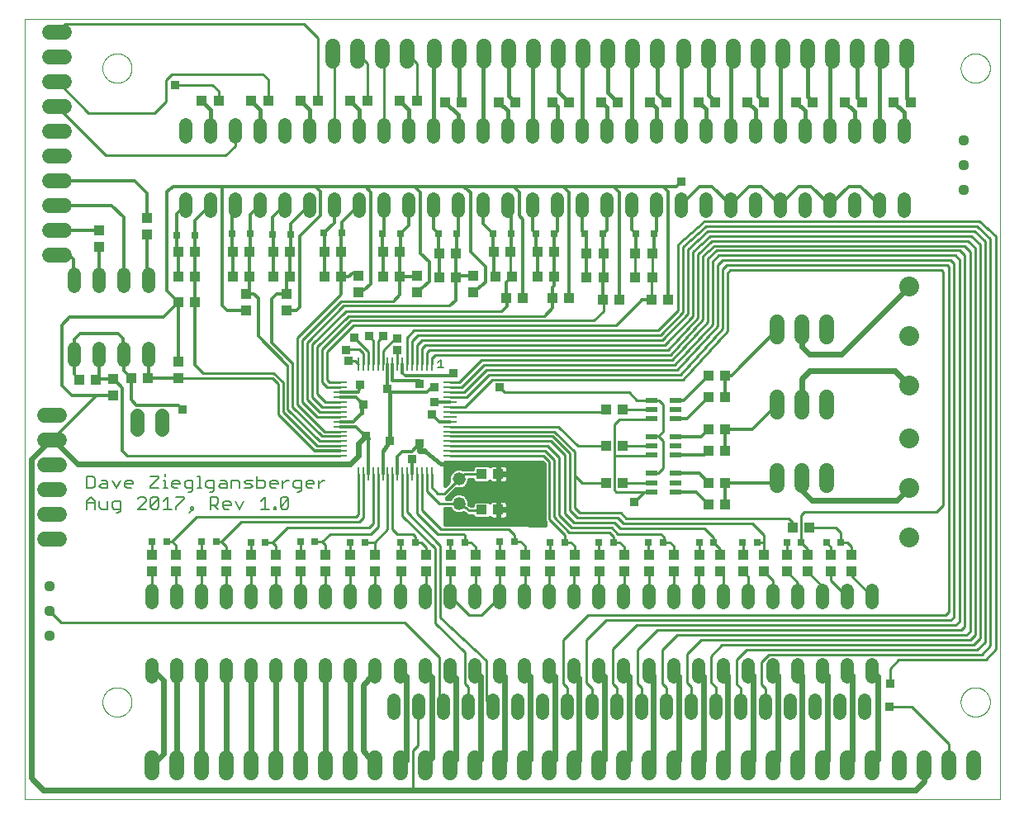
<source format=gtl>
G75*
%MOIN*%
%OFA0B0*%
%FSLAX25Y25*%
%IPPOS*%
%LPD*%
%AMOC8*
5,1,8,0,0,1.08239X$1,22.5*
%
%ADD10C,0.00000*%
%ADD11C,0.00700*%
%ADD12C,0.00800*%
%ADD13C,0.05600*%
%ADD14C,0.06000*%
%ADD15C,0.05200*%
%ADD16R,0.04331X0.03937*%
%ADD17C,0.04400*%
%ADD18C,0.05937*%
%ADD19R,0.03937X0.04331*%
%ADD20C,0.05200*%
%ADD21R,0.01100X0.05800*%
%ADD22R,0.05800X0.01100*%
%ADD23R,0.03150X0.03150*%
%ADD24R,0.05000X0.02100*%
%ADD25C,0.08000*%
%ADD26R,0.03000X0.02800*%
%ADD27C,0.01000*%
%ADD28C,0.01200*%
%ADD29R,0.03562X0.03562*%
%ADD30C,0.01600*%
%ADD31C,0.02400*%
D10*
X0008551Y0007554D02*
X0008551Y0322514D01*
X0402252Y0322514D01*
X0402252Y0007554D01*
X0008551Y0007554D01*
X0040047Y0046924D02*
X0040049Y0047077D01*
X0040055Y0047231D01*
X0040065Y0047384D01*
X0040079Y0047536D01*
X0040097Y0047689D01*
X0040119Y0047840D01*
X0040144Y0047991D01*
X0040174Y0048142D01*
X0040208Y0048292D01*
X0040245Y0048440D01*
X0040286Y0048588D01*
X0040331Y0048734D01*
X0040380Y0048880D01*
X0040433Y0049024D01*
X0040489Y0049166D01*
X0040549Y0049307D01*
X0040613Y0049447D01*
X0040680Y0049585D01*
X0040751Y0049721D01*
X0040826Y0049855D01*
X0040903Y0049987D01*
X0040985Y0050117D01*
X0041069Y0050245D01*
X0041157Y0050371D01*
X0041248Y0050494D01*
X0041342Y0050615D01*
X0041440Y0050733D01*
X0041540Y0050849D01*
X0041644Y0050962D01*
X0041750Y0051073D01*
X0041859Y0051181D01*
X0041971Y0051286D01*
X0042085Y0051387D01*
X0042203Y0051486D01*
X0042322Y0051582D01*
X0042444Y0051675D01*
X0042569Y0051764D01*
X0042696Y0051851D01*
X0042825Y0051933D01*
X0042956Y0052013D01*
X0043089Y0052089D01*
X0043224Y0052162D01*
X0043361Y0052231D01*
X0043500Y0052296D01*
X0043640Y0052358D01*
X0043782Y0052416D01*
X0043925Y0052471D01*
X0044070Y0052522D01*
X0044216Y0052569D01*
X0044363Y0052612D01*
X0044511Y0052651D01*
X0044660Y0052687D01*
X0044810Y0052718D01*
X0044961Y0052746D01*
X0045112Y0052770D01*
X0045265Y0052790D01*
X0045417Y0052806D01*
X0045570Y0052818D01*
X0045723Y0052826D01*
X0045876Y0052830D01*
X0046030Y0052830D01*
X0046183Y0052826D01*
X0046336Y0052818D01*
X0046489Y0052806D01*
X0046641Y0052790D01*
X0046794Y0052770D01*
X0046945Y0052746D01*
X0047096Y0052718D01*
X0047246Y0052687D01*
X0047395Y0052651D01*
X0047543Y0052612D01*
X0047690Y0052569D01*
X0047836Y0052522D01*
X0047981Y0052471D01*
X0048124Y0052416D01*
X0048266Y0052358D01*
X0048406Y0052296D01*
X0048545Y0052231D01*
X0048682Y0052162D01*
X0048817Y0052089D01*
X0048950Y0052013D01*
X0049081Y0051933D01*
X0049210Y0051851D01*
X0049337Y0051764D01*
X0049462Y0051675D01*
X0049584Y0051582D01*
X0049703Y0051486D01*
X0049821Y0051387D01*
X0049935Y0051286D01*
X0050047Y0051181D01*
X0050156Y0051073D01*
X0050262Y0050962D01*
X0050366Y0050849D01*
X0050466Y0050733D01*
X0050564Y0050615D01*
X0050658Y0050494D01*
X0050749Y0050371D01*
X0050837Y0050245D01*
X0050921Y0050117D01*
X0051003Y0049987D01*
X0051080Y0049855D01*
X0051155Y0049721D01*
X0051226Y0049585D01*
X0051293Y0049447D01*
X0051357Y0049307D01*
X0051417Y0049166D01*
X0051473Y0049024D01*
X0051526Y0048880D01*
X0051575Y0048734D01*
X0051620Y0048588D01*
X0051661Y0048440D01*
X0051698Y0048292D01*
X0051732Y0048142D01*
X0051762Y0047991D01*
X0051787Y0047840D01*
X0051809Y0047689D01*
X0051827Y0047536D01*
X0051841Y0047384D01*
X0051851Y0047231D01*
X0051857Y0047077D01*
X0051859Y0046924D01*
X0051857Y0046771D01*
X0051851Y0046617D01*
X0051841Y0046464D01*
X0051827Y0046312D01*
X0051809Y0046159D01*
X0051787Y0046008D01*
X0051762Y0045857D01*
X0051732Y0045706D01*
X0051698Y0045556D01*
X0051661Y0045408D01*
X0051620Y0045260D01*
X0051575Y0045114D01*
X0051526Y0044968D01*
X0051473Y0044824D01*
X0051417Y0044682D01*
X0051357Y0044541D01*
X0051293Y0044401D01*
X0051226Y0044263D01*
X0051155Y0044127D01*
X0051080Y0043993D01*
X0051003Y0043861D01*
X0050921Y0043731D01*
X0050837Y0043603D01*
X0050749Y0043477D01*
X0050658Y0043354D01*
X0050564Y0043233D01*
X0050466Y0043115D01*
X0050366Y0042999D01*
X0050262Y0042886D01*
X0050156Y0042775D01*
X0050047Y0042667D01*
X0049935Y0042562D01*
X0049821Y0042461D01*
X0049703Y0042362D01*
X0049584Y0042266D01*
X0049462Y0042173D01*
X0049337Y0042084D01*
X0049210Y0041997D01*
X0049081Y0041915D01*
X0048950Y0041835D01*
X0048817Y0041759D01*
X0048682Y0041686D01*
X0048545Y0041617D01*
X0048406Y0041552D01*
X0048266Y0041490D01*
X0048124Y0041432D01*
X0047981Y0041377D01*
X0047836Y0041326D01*
X0047690Y0041279D01*
X0047543Y0041236D01*
X0047395Y0041197D01*
X0047246Y0041161D01*
X0047096Y0041130D01*
X0046945Y0041102D01*
X0046794Y0041078D01*
X0046641Y0041058D01*
X0046489Y0041042D01*
X0046336Y0041030D01*
X0046183Y0041022D01*
X0046030Y0041018D01*
X0045876Y0041018D01*
X0045723Y0041022D01*
X0045570Y0041030D01*
X0045417Y0041042D01*
X0045265Y0041058D01*
X0045112Y0041078D01*
X0044961Y0041102D01*
X0044810Y0041130D01*
X0044660Y0041161D01*
X0044511Y0041197D01*
X0044363Y0041236D01*
X0044216Y0041279D01*
X0044070Y0041326D01*
X0043925Y0041377D01*
X0043782Y0041432D01*
X0043640Y0041490D01*
X0043500Y0041552D01*
X0043361Y0041617D01*
X0043224Y0041686D01*
X0043089Y0041759D01*
X0042956Y0041835D01*
X0042825Y0041915D01*
X0042696Y0041997D01*
X0042569Y0042084D01*
X0042444Y0042173D01*
X0042322Y0042266D01*
X0042203Y0042362D01*
X0042085Y0042461D01*
X0041971Y0042562D01*
X0041859Y0042667D01*
X0041750Y0042775D01*
X0041644Y0042886D01*
X0041540Y0042999D01*
X0041440Y0043115D01*
X0041342Y0043233D01*
X0041248Y0043354D01*
X0041157Y0043477D01*
X0041069Y0043603D01*
X0040985Y0043731D01*
X0040903Y0043861D01*
X0040826Y0043993D01*
X0040751Y0044127D01*
X0040680Y0044263D01*
X0040613Y0044401D01*
X0040549Y0044541D01*
X0040489Y0044682D01*
X0040433Y0044824D01*
X0040380Y0044968D01*
X0040331Y0045114D01*
X0040286Y0045260D01*
X0040245Y0045408D01*
X0040208Y0045556D01*
X0040174Y0045706D01*
X0040144Y0045857D01*
X0040119Y0046008D01*
X0040097Y0046159D01*
X0040079Y0046312D01*
X0040065Y0046464D01*
X0040055Y0046617D01*
X0040049Y0046771D01*
X0040047Y0046924D01*
X0040047Y0302829D02*
X0040049Y0302982D01*
X0040055Y0303136D01*
X0040065Y0303289D01*
X0040079Y0303441D01*
X0040097Y0303594D01*
X0040119Y0303745D01*
X0040144Y0303896D01*
X0040174Y0304047D01*
X0040208Y0304197D01*
X0040245Y0304345D01*
X0040286Y0304493D01*
X0040331Y0304639D01*
X0040380Y0304785D01*
X0040433Y0304929D01*
X0040489Y0305071D01*
X0040549Y0305212D01*
X0040613Y0305352D01*
X0040680Y0305490D01*
X0040751Y0305626D01*
X0040826Y0305760D01*
X0040903Y0305892D01*
X0040985Y0306022D01*
X0041069Y0306150D01*
X0041157Y0306276D01*
X0041248Y0306399D01*
X0041342Y0306520D01*
X0041440Y0306638D01*
X0041540Y0306754D01*
X0041644Y0306867D01*
X0041750Y0306978D01*
X0041859Y0307086D01*
X0041971Y0307191D01*
X0042085Y0307292D01*
X0042203Y0307391D01*
X0042322Y0307487D01*
X0042444Y0307580D01*
X0042569Y0307669D01*
X0042696Y0307756D01*
X0042825Y0307838D01*
X0042956Y0307918D01*
X0043089Y0307994D01*
X0043224Y0308067D01*
X0043361Y0308136D01*
X0043500Y0308201D01*
X0043640Y0308263D01*
X0043782Y0308321D01*
X0043925Y0308376D01*
X0044070Y0308427D01*
X0044216Y0308474D01*
X0044363Y0308517D01*
X0044511Y0308556D01*
X0044660Y0308592D01*
X0044810Y0308623D01*
X0044961Y0308651D01*
X0045112Y0308675D01*
X0045265Y0308695D01*
X0045417Y0308711D01*
X0045570Y0308723D01*
X0045723Y0308731D01*
X0045876Y0308735D01*
X0046030Y0308735D01*
X0046183Y0308731D01*
X0046336Y0308723D01*
X0046489Y0308711D01*
X0046641Y0308695D01*
X0046794Y0308675D01*
X0046945Y0308651D01*
X0047096Y0308623D01*
X0047246Y0308592D01*
X0047395Y0308556D01*
X0047543Y0308517D01*
X0047690Y0308474D01*
X0047836Y0308427D01*
X0047981Y0308376D01*
X0048124Y0308321D01*
X0048266Y0308263D01*
X0048406Y0308201D01*
X0048545Y0308136D01*
X0048682Y0308067D01*
X0048817Y0307994D01*
X0048950Y0307918D01*
X0049081Y0307838D01*
X0049210Y0307756D01*
X0049337Y0307669D01*
X0049462Y0307580D01*
X0049584Y0307487D01*
X0049703Y0307391D01*
X0049821Y0307292D01*
X0049935Y0307191D01*
X0050047Y0307086D01*
X0050156Y0306978D01*
X0050262Y0306867D01*
X0050366Y0306754D01*
X0050466Y0306638D01*
X0050564Y0306520D01*
X0050658Y0306399D01*
X0050749Y0306276D01*
X0050837Y0306150D01*
X0050921Y0306022D01*
X0051003Y0305892D01*
X0051080Y0305760D01*
X0051155Y0305626D01*
X0051226Y0305490D01*
X0051293Y0305352D01*
X0051357Y0305212D01*
X0051417Y0305071D01*
X0051473Y0304929D01*
X0051526Y0304785D01*
X0051575Y0304639D01*
X0051620Y0304493D01*
X0051661Y0304345D01*
X0051698Y0304197D01*
X0051732Y0304047D01*
X0051762Y0303896D01*
X0051787Y0303745D01*
X0051809Y0303594D01*
X0051827Y0303441D01*
X0051841Y0303289D01*
X0051851Y0303136D01*
X0051857Y0302982D01*
X0051859Y0302829D01*
X0051857Y0302676D01*
X0051851Y0302522D01*
X0051841Y0302369D01*
X0051827Y0302217D01*
X0051809Y0302064D01*
X0051787Y0301913D01*
X0051762Y0301762D01*
X0051732Y0301611D01*
X0051698Y0301461D01*
X0051661Y0301313D01*
X0051620Y0301165D01*
X0051575Y0301019D01*
X0051526Y0300873D01*
X0051473Y0300729D01*
X0051417Y0300587D01*
X0051357Y0300446D01*
X0051293Y0300306D01*
X0051226Y0300168D01*
X0051155Y0300032D01*
X0051080Y0299898D01*
X0051003Y0299766D01*
X0050921Y0299636D01*
X0050837Y0299508D01*
X0050749Y0299382D01*
X0050658Y0299259D01*
X0050564Y0299138D01*
X0050466Y0299020D01*
X0050366Y0298904D01*
X0050262Y0298791D01*
X0050156Y0298680D01*
X0050047Y0298572D01*
X0049935Y0298467D01*
X0049821Y0298366D01*
X0049703Y0298267D01*
X0049584Y0298171D01*
X0049462Y0298078D01*
X0049337Y0297989D01*
X0049210Y0297902D01*
X0049081Y0297820D01*
X0048950Y0297740D01*
X0048817Y0297664D01*
X0048682Y0297591D01*
X0048545Y0297522D01*
X0048406Y0297457D01*
X0048266Y0297395D01*
X0048124Y0297337D01*
X0047981Y0297282D01*
X0047836Y0297231D01*
X0047690Y0297184D01*
X0047543Y0297141D01*
X0047395Y0297102D01*
X0047246Y0297066D01*
X0047096Y0297035D01*
X0046945Y0297007D01*
X0046794Y0296983D01*
X0046641Y0296963D01*
X0046489Y0296947D01*
X0046336Y0296935D01*
X0046183Y0296927D01*
X0046030Y0296923D01*
X0045876Y0296923D01*
X0045723Y0296927D01*
X0045570Y0296935D01*
X0045417Y0296947D01*
X0045265Y0296963D01*
X0045112Y0296983D01*
X0044961Y0297007D01*
X0044810Y0297035D01*
X0044660Y0297066D01*
X0044511Y0297102D01*
X0044363Y0297141D01*
X0044216Y0297184D01*
X0044070Y0297231D01*
X0043925Y0297282D01*
X0043782Y0297337D01*
X0043640Y0297395D01*
X0043500Y0297457D01*
X0043361Y0297522D01*
X0043224Y0297591D01*
X0043089Y0297664D01*
X0042956Y0297740D01*
X0042825Y0297820D01*
X0042696Y0297902D01*
X0042569Y0297989D01*
X0042444Y0298078D01*
X0042322Y0298171D01*
X0042203Y0298267D01*
X0042085Y0298366D01*
X0041971Y0298467D01*
X0041859Y0298572D01*
X0041750Y0298680D01*
X0041644Y0298791D01*
X0041540Y0298904D01*
X0041440Y0299020D01*
X0041342Y0299138D01*
X0041248Y0299259D01*
X0041157Y0299382D01*
X0041069Y0299508D01*
X0040985Y0299636D01*
X0040903Y0299766D01*
X0040826Y0299898D01*
X0040751Y0300032D01*
X0040680Y0300168D01*
X0040613Y0300306D01*
X0040549Y0300446D01*
X0040489Y0300587D01*
X0040433Y0300729D01*
X0040380Y0300873D01*
X0040331Y0301019D01*
X0040286Y0301165D01*
X0040245Y0301313D01*
X0040208Y0301461D01*
X0040174Y0301611D01*
X0040144Y0301762D01*
X0040119Y0301913D01*
X0040097Y0302064D01*
X0040079Y0302217D01*
X0040065Y0302369D01*
X0040055Y0302522D01*
X0040049Y0302676D01*
X0040047Y0302829D01*
X0386503Y0302829D02*
X0386505Y0302982D01*
X0386511Y0303136D01*
X0386521Y0303289D01*
X0386535Y0303441D01*
X0386553Y0303594D01*
X0386575Y0303745D01*
X0386600Y0303896D01*
X0386630Y0304047D01*
X0386664Y0304197D01*
X0386701Y0304345D01*
X0386742Y0304493D01*
X0386787Y0304639D01*
X0386836Y0304785D01*
X0386889Y0304929D01*
X0386945Y0305071D01*
X0387005Y0305212D01*
X0387069Y0305352D01*
X0387136Y0305490D01*
X0387207Y0305626D01*
X0387282Y0305760D01*
X0387359Y0305892D01*
X0387441Y0306022D01*
X0387525Y0306150D01*
X0387613Y0306276D01*
X0387704Y0306399D01*
X0387798Y0306520D01*
X0387896Y0306638D01*
X0387996Y0306754D01*
X0388100Y0306867D01*
X0388206Y0306978D01*
X0388315Y0307086D01*
X0388427Y0307191D01*
X0388541Y0307292D01*
X0388659Y0307391D01*
X0388778Y0307487D01*
X0388900Y0307580D01*
X0389025Y0307669D01*
X0389152Y0307756D01*
X0389281Y0307838D01*
X0389412Y0307918D01*
X0389545Y0307994D01*
X0389680Y0308067D01*
X0389817Y0308136D01*
X0389956Y0308201D01*
X0390096Y0308263D01*
X0390238Y0308321D01*
X0390381Y0308376D01*
X0390526Y0308427D01*
X0390672Y0308474D01*
X0390819Y0308517D01*
X0390967Y0308556D01*
X0391116Y0308592D01*
X0391266Y0308623D01*
X0391417Y0308651D01*
X0391568Y0308675D01*
X0391721Y0308695D01*
X0391873Y0308711D01*
X0392026Y0308723D01*
X0392179Y0308731D01*
X0392332Y0308735D01*
X0392486Y0308735D01*
X0392639Y0308731D01*
X0392792Y0308723D01*
X0392945Y0308711D01*
X0393097Y0308695D01*
X0393250Y0308675D01*
X0393401Y0308651D01*
X0393552Y0308623D01*
X0393702Y0308592D01*
X0393851Y0308556D01*
X0393999Y0308517D01*
X0394146Y0308474D01*
X0394292Y0308427D01*
X0394437Y0308376D01*
X0394580Y0308321D01*
X0394722Y0308263D01*
X0394862Y0308201D01*
X0395001Y0308136D01*
X0395138Y0308067D01*
X0395273Y0307994D01*
X0395406Y0307918D01*
X0395537Y0307838D01*
X0395666Y0307756D01*
X0395793Y0307669D01*
X0395918Y0307580D01*
X0396040Y0307487D01*
X0396159Y0307391D01*
X0396277Y0307292D01*
X0396391Y0307191D01*
X0396503Y0307086D01*
X0396612Y0306978D01*
X0396718Y0306867D01*
X0396822Y0306754D01*
X0396922Y0306638D01*
X0397020Y0306520D01*
X0397114Y0306399D01*
X0397205Y0306276D01*
X0397293Y0306150D01*
X0397377Y0306022D01*
X0397459Y0305892D01*
X0397536Y0305760D01*
X0397611Y0305626D01*
X0397682Y0305490D01*
X0397749Y0305352D01*
X0397813Y0305212D01*
X0397873Y0305071D01*
X0397929Y0304929D01*
X0397982Y0304785D01*
X0398031Y0304639D01*
X0398076Y0304493D01*
X0398117Y0304345D01*
X0398154Y0304197D01*
X0398188Y0304047D01*
X0398218Y0303896D01*
X0398243Y0303745D01*
X0398265Y0303594D01*
X0398283Y0303441D01*
X0398297Y0303289D01*
X0398307Y0303136D01*
X0398313Y0302982D01*
X0398315Y0302829D01*
X0398313Y0302676D01*
X0398307Y0302522D01*
X0398297Y0302369D01*
X0398283Y0302217D01*
X0398265Y0302064D01*
X0398243Y0301913D01*
X0398218Y0301762D01*
X0398188Y0301611D01*
X0398154Y0301461D01*
X0398117Y0301313D01*
X0398076Y0301165D01*
X0398031Y0301019D01*
X0397982Y0300873D01*
X0397929Y0300729D01*
X0397873Y0300587D01*
X0397813Y0300446D01*
X0397749Y0300306D01*
X0397682Y0300168D01*
X0397611Y0300032D01*
X0397536Y0299898D01*
X0397459Y0299766D01*
X0397377Y0299636D01*
X0397293Y0299508D01*
X0397205Y0299382D01*
X0397114Y0299259D01*
X0397020Y0299138D01*
X0396922Y0299020D01*
X0396822Y0298904D01*
X0396718Y0298791D01*
X0396612Y0298680D01*
X0396503Y0298572D01*
X0396391Y0298467D01*
X0396277Y0298366D01*
X0396159Y0298267D01*
X0396040Y0298171D01*
X0395918Y0298078D01*
X0395793Y0297989D01*
X0395666Y0297902D01*
X0395537Y0297820D01*
X0395406Y0297740D01*
X0395273Y0297664D01*
X0395138Y0297591D01*
X0395001Y0297522D01*
X0394862Y0297457D01*
X0394722Y0297395D01*
X0394580Y0297337D01*
X0394437Y0297282D01*
X0394292Y0297231D01*
X0394146Y0297184D01*
X0393999Y0297141D01*
X0393851Y0297102D01*
X0393702Y0297066D01*
X0393552Y0297035D01*
X0393401Y0297007D01*
X0393250Y0296983D01*
X0393097Y0296963D01*
X0392945Y0296947D01*
X0392792Y0296935D01*
X0392639Y0296927D01*
X0392486Y0296923D01*
X0392332Y0296923D01*
X0392179Y0296927D01*
X0392026Y0296935D01*
X0391873Y0296947D01*
X0391721Y0296963D01*
X0391568Y0296983D01*
X0391417Y0297007D01*
X0391266Y0297035D01*
X0391116Y0297066D01*
X0390967Y0297102D01*
X0390819Y0297141D01*
X0390672Y0297184D01*
X0390526Y0297231D01*
X0390381Y0297282D01*
X0390238Y0297337D01*
X0390096Y0297395D01*
X0389956Y0297457D01*
X0389817Y0297522D01*
X0389680Y0297591D01*
X0389545Y0297664D01*
X0389412Y0297740D01*
X0389281Y0297820D01*
X0389152Y0297902D01*
X0389025Y0297989D01*
X0388900Y0298078D01*
X0388778Y0298171D01*
X0388659Y0298267D01*
X0388541Y0298366D01*
X0388427Y0298467D01*
X0388315Y0298572D01*
X0388206Y0298680D01*
X0388100Y0298791D01*
X0387996Y0298904D01*
X0387896Y0299020D01*
X0387798Y0299138D01*
X0387704Y0299259D01*
X0387613Y0299382D01*
X0387525Y0299508D01*
X0387441Y0299636D01*
X0387359Y0299766D01*
X0387282Y0299898D01*
X0387207Y0300032D01*
X0387136Y0300168D01*
X0387069Y0300306D01*
X0387005Y0300446D01*
X0386945Y0300587D01*
X0386889Y0300729D01*
X0386836Y0300873D01*
X0386787Y0301019D01*
X0386742Y0301165D01*
X0386701Y0301313D01*
X0386664Y0301461D01*
X0386630Y0301611D01*
X0386600Y0301762D01*
X0386575Y0301913D01*
X0386553Y0302064D01*
X0386535Y0302217D01*
X0386521Y0302369D01*
X0386511Y0302522D01*
X0386505Y0302676D01*
X0386503Y0302829D01*
X0386503Y0046924D02*
X0386505Y0047077D01*
X0386511Y0047231D01*
X0386521Y0047384D01*
X0386535Y0047536D01*
X0386553Y0047689D01*
X0386575Y0047840D01*
X0386600Y0047991D01*
X0386630Y0048142D01*
X0386664Y0048292D01*
X0386701Y0048440D01*
X0386742Y0048588D01*
X0386787Y0048734D01*
X0386836Y0048880D01*
X0386889Y0049024D01*
X0386945Y0049166D01*
X0387005Y0049307D01*
X0387069Y0049447D01*
X0387136Y0049585D01*
X0387207Y0049721D01*
X0387282Y0049855D01*
X0387359Y0049987D01*
X0387441Y0050117D01*
X0387525Y0050245D01*
X0387613Y0050371D01*
X0387704Y0050494D01*
X0387798Y0050615D01*
X0387896Y0050733D01*
X0387996Y0050849D01*
X0388100Y0050962D01*
X0388206Y0051073D01*
X0388315Y0051181D01*
X0388427Y0051286D01*
X0388541Y0051387D01*
X0388659Y0051486D01*
X0388778Y0051582D01*
X0388900Y0051675D01*
X0389025Y0051764D01*
X0389152Y0051851D01*
X0389281Y0051933D01*
X0389412Y0052013D01*
X0389545Y0052089D01*
X0389680Y0052162D01*
X0389817Y0052231D01*
X0389956Y0052296D01*
X0390096Y0052358D01*
X0390238Y0052416D01*
X0390381Y0052471D01*
X0390526Y0052522D01*
X0390672Y0052569D01*
X0390819Y0052612D01*
X0390967Y0052651D01*
X0391116Y0052687D01*
X0391266Y0052718D01*
X0391417Y0052746D01*
X0391568Y0052770D01*
X0391721Y0052790D01*
X0391873Y0052806D01*
X0392026Y0052818D01*
X0392179Y0052826D01*
X0392332Y0052830D01*
X0392486Y0052830D01*
X0392639Y0052826D01*
X0392792Y0052818D01*
X0392945Y0052806D01*
X0393097Y0052790D01*
X0393250Y0052770D01*
X0393401Y0052746D01*
X0393552Y0052718D01*
X0393702Y0052687D01*
X0393851Y0052651D01*
X0393999Y0052612D01*
X0394146Y0052569D01*
X0394292Y0052522D01*
X0394437Y0052471D01*
X0394580Y0052416D01*
X0394722Y0052358D01*
X0394862Y0052296D01*
X0395001Y0052231D01*
X0395138Y0052162D01*
X0395273Y0052089D01*
X0395406Y0052013D01*
X0395537Y0051933D01*
X0395666Y0051851D01*
X0395793Y0051764D01*
X0395918Y0051675D01*
X0396040Y0051582D01*
X0396159Y0051486D01*
X0396277Y0051387D01*
X0396391Y0051286D01*
X0396503Y0051181D01*
X0396612Y0051073D01*
X0396718Y0050962D01*
X0396822Y0050849D01*
X0396922Y0050733D01*
X0397020Y0050615D01*
X0397114Y0050494D01*
X0397205Y0050371D01*
X0397293Y0050245D01*
X0397377Y0050117D01*
X0397459Y0049987D01*
X0397536Y0049855D01*
X0397611Y0049721D01*
X0397682Y0049585D01*
X0397749Y0049447D01*
X0397813Y0049307D01*
X0397873Y0049166D01*
X0397929Y0049024D01*
X0397982Y0048880D01*
X0398031Y0048734D01*
X0398076Y0048588D01*
X0398117Y0048440D01*
X0398154Y0048292D01*
X0398188Y0048142D01*
X0398218Y0047991D01*
X0398243Y0047840D01*
X0398265Y0047689D01*
X0398283Y0047536D01*
X0398297Y0047384D01*
X0398307Y0047231D01*
X0398313Y0047077D01*
X0398315Y0046924D01*
X0398313Y0046771D01*
X0398307Y0046617D01*
X0398297Y0046464D01*
X0398283Y0046312D01*
X0398265Y0046159D01*
X0398243Y0046008D01*
X0398218Y0045857D01*
X0398188Y0045706D01*
X0398154Y0045556D01*
X0398117Y0045408D01*
X0398076Y0045260D01*
X0398031Y0045114D01*
X0397982Y0044968D01*
X0397929Y0044824D01*
X0397873Y0044682D01*
X0397813Y0044541D01*
X0397749Y0044401D01*
X0397682Y0044263D01*
X0397611Y0044127D01*
X0397536Y0043993D01*
X0397459Y0043861D01*
X0397377Y0043731D01*
X0397293Y0043603D01*
X0397205Y0043477D01*
X0397114Y0043354D01*
X0397020Y0043233D01*
X0396922Y0043115D01*
X0396822Y0042999D01*
X0396718Y0042886D01*
X0396612Y0042775D01*
X0396503Y0042667D01*
X0396391Y0042562D01*
X0396277Y0042461D01*
X0396159Y0042362D01*
X0396040Y0042266D01*
X0395918Y0042173D01*
X0395793Y0042084D01*
X0395666Y0041997D01*
X0395537Y0041915D01*
X0395406Y0041835D01*
X0395273Y0041759D01*
X0395138Y0041686D01*
X0395001Y0041617D01*
X0394862Y0041552D01*
X0394722Y0041490D01*
X0394580Y0041432D01*
X0394437Y0041377D01*
X0394292Y0041326D01*
X0394146Y0041279D01*
X0393999Y0041236D01*
X0393851Y0041197D01*
X0393702Y0041161D01*
X0393552Y0041130D01*
X0393401Y0041102D01*
X0393250Y0041078D01*
X0393097Y0041058D01*
X0392945Y0041042D01*
X0392792Y0041030D01*
X0392639Y0041022D01*
X0392486Y0041018D01*
X0392332Y0041018D01*
X0392179Y0041022D01*
X0392026Y0041030D01*
X0391873Y0041042D01*
X0391721Y0041058D01*
X0391568Y0041078D01*
X0391417Y0041102D01*
X0391266Y0041130D01*
X0391116Y0041161D01*
X0390967Y0041197D01*
X0390819Y0041236D01*
X0390672Y0041279D01*
X0390526Y0041326D01*
X0390381Y0041377D01*
X0390238Y0041432D01*
X0390096Y0041490D01*
X0389956Y0041552D01*
X0389817Y0041617D01*
X0389680Y0041686D01*
X0389545Y0041759D01*
X0389412Y0041835D01*
X0389281Y0041915D01*
X0389152Y0041997D01*
X0389025Y0042084D01*
X0388900Y0042173D01*
X0388778Y0042266D01*
X0388659Y0042362D01*
X0388541Y0042461D01*
X0388427Y0042562D01*
X0388315Y0042667D01*
X0388206Y0042775D01*
X0388100Y0042886D01*
X0387996Y0042999D01*
X0387896Y0043115D01*
X0387798Y0043233D01*
X0387704Y0043354D01*
X0387613Y0043477D01*
X0387525Y0043603D01*
X0387441Y0043731D01*
X0387359Y0043861D01*
X0387282Y0043993D01*
X0387207Y0044127D01*
X0387136Y0044263D01*
X0387069Y0044401D01*
X0387005Y0044541D01*
X0386945Y0044682D01*
X0386889Y0044824D01*
X0386836Y0044968D01*
X0386787Y0045114D01*
X0386742Y0045260D01*
X0386701Y0045408D01*
X0386664Y0045556D01*
X0386630Y0045706D01*
X0386600Y0045857D01*
X0386575Y0046008D01*
X0386553Y0046159D01*
X0386535Y0046312D01*
X0386521Y0046464D01*
X0386511Y0046617D01*
X0386505Y0046771D01*
X0386503Y0046924D01*
D11*
X0129831Y0136502D02*
X0129014Y0136502D01*
X0127379Y0134868D01*
X0127379Y0136502D02*
X0127379Y0133233D01*
X0125492Y0134868D02*
X0125492Y0135685D01*
X0124675Y0136502D01*
X0123040Y0136502D01*
X0122222Y0135685D01*
X0122222Y0134050D01*
X0123040Y0133233D01*
X0124675Y0133233D01*
X0125492Y0134868D02*
X0122222Y0134868D01*
X0120336Y0136502D02*
X0120336Y0132416D01*
X0119518Y0131598D01*
X0118701Y0131598D01*
X0117883Y0133233D02*
X0120336Y0133233D01*
X0117883Y0133233D02*
X0117066Y0134050D01*
X0117066Y0135685D01*
X0117883Y0136502D01*
X0120336Y0136502D01*
X0115221Y0136502D02*
X0114404Y0136502D01*
X0112769Y0134868D01*
X0112769Y0136502D02*
X0112769Y0133233D01*
X0110882Y0134868D02*
X0107613Y0134868D01*
X0107613Y0135685D02*
X0107613Y0134050D01*
X0108430Y0133233D01*
X0110065Y0133233D01*
X0110882Y0134868D02*
X0110882Y0135685D01*
X0110065Y0136502D01*
X0108430Y0136502D01*
X0107613Y0135685D01*
X0105726Y0135685D02*
X0105726Y0134050D01*
X0104908Y0133233D01*
X0102456Y0133233D01*
X0102456Y0138137D01*
X0102456Y0136502D02*
X0104908Y0136502D01*
X0105726Y0135685D01*
X0100569Y0136502D02*
X0098117Y0136502D01*
X0097300Y0135685D01*
X0098117Y0134868D01*
X0099752Y0134868D01*
X0100569Y0134050D01*
X0099752Y0133233D01*
X0097300Y0133233D01*
X0095413Y0133233D02*
X0095413Y0135685D01*
X0094596Y0136502D01*
X0092144Y0136502D01*
X0092144Y0133233D01*
X0090257Y0133233D02*
X0087804Y0133233D01*
X0086987Y0134050D01*
X0087804Y0134868D01*
X0090257Y0134868D01*
X0090257Y0135685D02*
X0090257Y0133233D01*
X0090257Y0135685D02*
X0089439Y0136502D01*
X0087804Y0136502D01*
X0085100Y0136502D02*
X0085100Y0132416D01*
X0084283Y0131598D01*
X0083465Y0131598D01*
X0082648Y0133233D02*
X0081831Y0134050D01*
X0081831Y0135685D01*
X0082648Y0136502D01*
X0085100Y0136502D01*
X0085100Y0133233D02*
X0082648Y0133233D01*
X0080028Y0133233D02*
X0078393Y0133233D01*
X0079210Y0133233D02*
X0079210Y0138137D01*
X0078393Y0138137D01*
X0076506Y0136502D02*
X0076506Y0132416D01*
X0075689Y0131598D01*
X0074871Y0131598D01*
X0074054Y0133233D02*
X0073237Y0134050D01*
X0073237Y0135685D01*
X0074054Y0136502D01*
X0076506Y0136502D01*
X0076506Y0133233D02*
X0074054Y0133233D01*
X0071350Y0134868D02*
X0071350Y0135685D01*
X0070532Y0136502D01*
X0068898Y0136502D01*
X0068080Y0135685D01*
X0068080Y0134050D01*
X0068898Y0133233D01*
X0070532Y0133233D01*
X0071350Y0134868D02*
X0068080Y0134868D01*
X0066277Y0133233D02*
X0064643Y0133233D01*
X0065460Y0133233D02*
X0065460Y0136502D01*
X0064643Y0136502D01*
X0065460Y0138137D02*
X0065460Y0138954D01*
X0062756Y0138137D02*
X0059486Y0138137D01*
X0062756Y0138137D02*
X0062756Y0137320D01*
X0059486Y0134050D01*
X0059486Y0133233D01*
X0062756Y0133233D01*
X0061938Y0129737D02*
X0060304Y0129737D01*
X0059486Y0128920D01*
X0059486Y0125650D01*
X0062756Y0128920D01*
X0062756Y0125650D01*
X0061938Y0124833D01*
X0060304Y0124833D01*
X0059486Y0125650D01*
X0057599Y0124833D02*
X0054330Y0124833D01*
X0057599Y0128102D01*
X0057599Y0128920D01*
X0056782Y0129737D01*
X0055147Y0129737D01*
X0054330Y0128920D01*
X0051626Y0133233D02*
X0049991Y0133233D01*
X0049174Y0134050D01*
X0049174Y0135685D01*
X0049991Y0136502D01*
X0051626Y0136502D01*
X0052443Y0135685D01*
X0052443Y0134868D01*
X0049174Y0134868D01*
X0047287Y0136502D02*
X0045652Y0133233D01*
X0044017Y0136502D01*
X0042130Y0135685D02*
X0042130Y0133233D01*
X0039678Y0133233D01*
X0038861Y0134050D01*
X0039678Y0134868D01*
X0042130Y0134868D01*
X0042130Y0135685D02*
X0041313Y0136502D01*
X0039678Y0136502D01*
X0036974Y0137320D02*
X0036156Y0138137D01*
X0033704Y0138137D01*
X0033704Y0133233D01*
X0036156Y0133233D01*
X0036974Y0134050D01*
X0036974Y0137320D01*
X0035339Y0129737D02*
X0036974Y0128102D01*
X0036974Y0124833D01*
X0038861Y0125650D02*
X0039678Y0124833D01*
X0042130Y0124833D01*
X0042130Y0128102D01*
X0044017Y0127285D02*
X0044017Y0125650D01*
X0044834Y0124833D01*
X0047287Y0124833D01*
X0047287Y0124016D02*
X0047287Y0128102D01*
X0044834Y0128102D01*
X0044017Y0127285D01*
X0045652Y0123198D02*
X0046469Y0123198D01*
X0047287Y0124016D01*
X0038861Y0125650D02*
X0038861Y0128102D01*
X0036974Y0127285D02*
X0033704Y0127285D01*
X0033704Y0128102D02*
X0035339Y0129737D01*
X0033704Y0128102D02*
X0033704Y0124833D01*
X0061938Y0129737D02*
X0062756Y0128920D01*
X0064643Y0128102D02*
X0066277Y0129737D01*
X0066277Y0124833D01*
X0064643Y0124833D02*
X0067912Y0124833D01*
X0069799Y0124833D02*
X0069799Y0125650D01*
X0073069Y0128920D01*
X0073069Y0129737D01*
X0069799Y0129737D01*
X0075773Y0125650D02*
X0075773Y0124833D01*
X0076590Y0124833D01*
X0076590Y0125650D01*
X0075773Y0125650D01*
X0076590Y0124833D02*
X0074956Y0123198D01*
X0083550Y0124833D02*
X0083550Y0129737D01*
X0086002Y0129737D01*
X0086819Y0128920D01*
X0086819Y0127285D01*
X0086002Y0126468D01*
X0083550Y0126468D01*
X0085184Y0126468D02*
X0086819Y0124833D01*
X0088706Y0125650D02*
X0089523Y0124833D01*
X0091158Y0124833D01*
X0091975Y0126468D02*
X0088706Y0126468D01*
X0088706Y0127285D02*
X0089523Y0128102D01*
X0091158Y0128102D01*
X0091975Y0127285D01*
X0091975Y0126468D01*
X0093862Y0128102D02*
X0095497Y0124833D01*
X0097132Y0128102D01*
X0104175Y0128102D02*
X0105810Y0129737D01*
X0105810Y0124833D01*
X0104175Y0124833D02*
X0107445Y0124833D01*
X0109331Y0124833D02*
X0110149Y0124833D01*
X0110149Y0125650D01*
X0109331Y0125650D01*
X0109331Y0124833D01*
X0111910Y0125650D02*
X0115179Y0128920D01*
X0115179Y0125650D01*
X0114362Y0124833D01*
X0112727Y0124833D01*
X0111910Y0125650D01*
X0111910Y0128920D01*
X0112727Y0129737D01*
X0114362Y0129737D01*
X0115179Y0128920D01*
X0088706Y0127285D02*
X0088706Y0125650D01*
D12*
X0175487Y0181970D02*
X0177622Y0181970D01*
X0176554Y0181970D02*
X0176554Y0185172D01*
X0175487Y0184105D01*
D13*
X0064181Y0162559D02*
X0064181Y0156959D01*
X0054181Y0156959D02*
X0054181Y0162559D01*
D14*
X0022781Y0162554D02*
X0016781Y0162554D01*
X0016781Y0152554D02*
X0022781Y0152554D01*
X0022781Y0142554D02*
X0016781Y0142554D01*
X0016781Y0132554D02*
X0022781Y0132554D01*
X0022781Y0122554D02*
X0016781Y0122554D01*
X0016781Y0112554D02*
X0022781Y0112554D01*
X0312528Y0134318D02*
X0312528Y0140318D01*
X0322528Y0140318D02*
X0322528Y0134318D01*
X0332528Y0134318D02*
X0332528Y0140318D01*
X0332213Y0163924D02*
X0332213Y0169924D01*
X0322213Y0169924D02*
X0322213Y0163924D01*
X0312213Y0163924D02*
X0312213Y0169924D01*
X0312528Y0194357D02*
X0312528Y0200357D01*
X0322528Y0200357D02*
X0322528Y0194357D01*
X0332528Y0194357D02*
X0332528Y0200357D01*
D15*
X0183965Y0137062D03*
X0183965Y0127062D03*
D16*
X0193118Y0124562D03*
X0199811Y0124562D03*
X0199811Y0139070D03*
X0193118Y0139070D03*
X0190559Y0106235D03*
X0190559Y0099542D03*
X0180559Y0099542D03*
X0180559Y0106235D03*
X0170559Y0106235D03*
X0170559Y0099542D03*
X0160559Y0099542D03*
X0160559Y0106235D03*
X0150067Y0106235D03*
X0150067Y0099542D03*
X0140067Y0099542D03*
X0140067Y0106235D03*
X0130067Y0106235D03*
X0130067Y0099542D03*
X0120067Y0099542D03*
X0120067Y0106235D03*
X0110067Y0106235D03*
X0110067Y0099542D03*
X0100067Y0099542D03*
X0100067Y0106235D03*
X0090067Y0106235D03*
X0090067Y0099542D03*
X0080067Y0099542D03*
X0080067Y0106235D03*
X0069575Y0106235D03*
X0069575Y0099542D03*
X0060067Y0099542D03*
X0060067Y0106235D03*
X0044496Y0170566D03*
X0044496Y0177259D03*
X0037508Y0177022D03*
X0030815Y0177022D03*
X0051661Y0177514D03*
X0058354Y0177514D03*
X0070657Y0177731D03*
X0070657Y0184424D03*
X0098118Y0204995D03*
X0098118Y0211688D03*
X0114358Y0211688D03*
X0114358Y0204995D03*
X0115736Y0228518D03*
X0109043Y0228518D03*
X0099496Y0228518D03*
X0092803Y0228518D03*
X0077350Y0228518D03*
X0070657Y0228518D03*
X0058000Y0235625D03*
X0058000Y0242318D03*
X0038630Y0237475D03*
X0038630Y0230782D03*
X0129713Y0228518D03*
X0136406Y0228518D03*
X0143394Y0219070D03*
X0143394Y0212377D03*
X0153335Y0228518D03*
X0160028Y0228518D03*
X0167016Y0219070D03*
X0167016Y0212377D03*
X0175972Y0228026D03*
X0182665Y0228026D03*
X0189654Y0219070D03*
X0189654Y0212377D03*
X0198118Y0228518D03*
X0204811Y0228518D03*
X0215835Y0228518D03*
X0222528Y0228518D03*
X0235520Y0228026D03*
X0242213Y0228026D03*
X0255205Y0228026D03*
X0261898Y0228026D03*
X0260559Y0106235D03*
X0260559Y0099542D03*
X0250559Y0099542D03*
X0250559Y0106235D03*
X0240559Y0106235D03*
X0240559Y0099542D03*
X0230559Y0099542D03*
X0230559Y0106235D03*
X0220559Y0106235D03*
X0220559Y0099542D03*
X0210559Y0099542D03*
X0210559Y0106235D03*
X0200559Y0106235D03*
X0200559Y0099542D03*
X0270559Y0099542D03*
X0270559Y0106235D03*
X0281051Y0106235D03*
X0281051Y0099542D03*
X0289476Y0099542D03*
X0289476Y0106235D03*
X0298689Y0106235D03*
X0298689Y0099542D03*
X0307114Y0099542D03*
X0307114Y0106235D03*
X0316327Y0106235D03*
X0316327Y0099542D03*
X0324752Y0099542D03*
X0324752Y0106235D03*
X0334161Y0106235D03*
X0334161Y0099542D03*
X0342390Y0099542D03*
X0342390Y0106235D03*
D17*
X0387685Y0253656D03*
X0387685Y0263656D03*
X0387685Y0273656D03*
X0018551Y0093656D03*
X0018551Y0083656D03*
X0018551Y0073656D03*
D18*
X0060008Y0024302D02*
X0060008Y0018365D01*
X0070008Y0018365D02*
X0070008Y0024302D01*
X0080008Y0024302D02*
X0080008Y0018365D01*
X0090008Y0018365D02*
X0090008Y0024302D01*
X0100008Y0024302D02*
X0100008Y0018365D01*
X0110008Y0018365D02*
X0110008Y0024302D01*
X0120008Y0024302D02*
X0120008Y0018365D01*
X0130008Y0018365D02*
X0130008Y0024302D01*
X0140008Y0024302D02*
X0140008Y0018365D01*
X0150008Y0018365D02*
X0150008Y0024302D01*
X0160402Y0024302D02*
X0160402Y0018365D01*
X0170402Y0018365D02*
X0170402Y0024302D01*
X0180402Y0024302D02*
X0180402Y0018365D01*
X0190402Y0018365D02*
X0190402Y0024302D01*
X0200402Y0024302D02*
X0200402Y0018365D01*
X0210402Y0018365D02*
X0210402Y0024302D01*
X0220402Y0024302D02*
X0220402Y0018365D01*
X0230402Y0018365D02*
X0230402Y0024302D01*
X0240402Y0024302D02*
X0240402Y0018365D01*
X0250402Y0018365D02*
X0250402Y0024302D01*
X0260795Y0024302D02*
X0260795Y0018365D01*
X0270795Y0018365D02*
X0270795Y0024302D01*
X0280795Y0024302D02*
X0280795Y0018365D01*
X0290795Y0018365D02*
X0290795Y0024302D01*
X0300795Y0024302D02*
X0300795Y0018365D01*
X0310795Y0018365D02*
X0310795Y0024302D01*
X0320795Y0024302D02*
X0320795Y0018365D01*
X0330795Y0018365D02*
X0330795Y0024302D01*
X0340795Y0024302D02*
X0340795Y0018365D01*
X0350795Y0018365D02*
X0350795Y0024302D01*
X0361858Y0024302D02*
X0361858Y0018365D01*
X0371858Y0018365D02*
X0371858Y0024302D01*
X0381858Y0024302D02*
X0381858Y0018365D01*
X0391858Y0018365D02*
X0391858Y0024302D01*
X0364575Y0305766D02*
X0364575Y0311703D01*
X0354575Y0311703D02*
X0354575Y0305766D01*
X0344575Y0305766D02*
X0344575Y0311703D01*
X0334575Y0311703D02*
X0334575Y0305766D01*
X0324575Y0305766D02*
X0324575Y0311703D01*
X0314575Y0311703D02*
X0314575Y0305766D01*
X0304575Y0305766D02*
X0304575Y0311703D01*
X0294575Y0311703D02*
X0294575Y0305766D01*
X0284575Y0305766D02*
X0284575Y0311703D01*
X0274575Y0311703D02*
X0274575Y0305766D01*
X0264181Y0305766D02*
X0264181Y0311703D01*
X0254181Y0311703D02*
X0254181Y0305766D01*
X0244181Y0305766D02*
X0244181Y0311703D01*
X0234181Y0311703D02*
X0234181Y0305766D01*
X0224181Y0305766D02*
X0224181Y0311703D01*
X0214181Y0311703D02*
X0214181Y0305766D01*
X0204181Y0305766D02*
X0204181Y0311703D01*
X0194181Y0311703D02*
X0194181Y0305766D01*
X0184181Y0305766D02*
X0184181Y0311703D01*
X0174181Y0311703D02*
X0174181Y0305766D01*
X0162921Y0305766D02*
X0162921Y0311703D01*
X0152921Y0311703D02*
X0152921Y0305766D01*
X0142921Y0305766D02*
X0142921Y0311703D01*
X0132921Y0311703D02*
X0132921Y0305766D01*
X0024709Y0307318D02*
X0018772Y0307318D01*
X0018772Y0317318D02*
X0024709Y0317318D01*
X0024709Y0297318D02*
X0018772Y0297318D01*
X0018772Y0287318D02*
X0024709Y0287318D01*
X0024709Y0277318D02*
X0018772Y0277318D01*
X0018772Y0267318D02*
X0024709Y0267318D01*
X0024709Y0257318D02*
X0018772Y0257318D01*
X0018772Y0247318D02*
X0024709Y0247318D01*
X0024709Y0237318D02*
X0018772Y0237318D01*
X0018772Y0227318D02*
X0024709Y0227318D01*
D19*
X0070657Y0218676D03*
X0077350Y0218676D03*
X0077350Y0208341D03*
X0070657Y0208341D03*
X0092803Y0218676D03*
X0099496Y0218676D03*
X0109043Y0218676D03*
X0115736Y0218676D03*
X0129713Y0218676D03*
X0136406Y0218676D03*
X0153335Y0218676D03*
X0160028Y0218676D03*
X0175972Y0218184D03*
X0182665Y0218184D03*
X0198610Y0218676D03*
X0205303Y0218676D03*
X0215835Y0218676D03*
X0222528Y0218676D03*
X0221740Y0209916D03*
X0228433Y0209916D03*
X0235520Y0218184D03*
X0242213Y0218184D03*
X0242016Y0209424D03*
X0248709Y0209424D03*
X0255205Y0218184D03*
X0261898Y0218184D03*
X0261701Y0209424D03*
X0268394Y0209424D03*
X0284732Y0178814D03*
X0291425Y0178814D03*
X0291425Y0169955D03*
X0284732Y0169955D03*
X0284732Y0157160D03*
X0291425Y0157160D03*
X0291425Y0148302D03*
X0284732Y0148302D03*
X0284732Y0135507D03*
X0291425Y0135507D03*
X0291425Y0126648D03*
X0284732Y0126648D03*
X0318787Y0117199D03*
X0325480Y0117199D03*
X0250087Y0135507D03*
X0243394Y0135507D03*
X0243394Y0150270D03*
X0250087Y0150270D03*
X0250087Y0165034D03*
X0243394Y0165034D03*
X0209831Y0209916D03*
X0203138Y0209916D03*
X0200087Y0289050D03*
X0206780Y0289050D03*
X0221740Y0289050D03*
X0228433Y0289050D03*
X0241425Y0289050D03*
X0248118Y0289050D03*
X0261110Y0289050D03*
X0267803Y0289050D03*
X0280795Y0289050D03*
X0287488Y0289050D03*
X0300480Y0289050D03*
X0307173Y0289050D03*
X0320165Y0289050D03*
X0326858Y0289050D03*
X0339850Y0289050D03*
X0346543Y0289050D03*
X0359535Y0289050D03*
X0366228Y0289050D03*
X0185126Y0289050D03*
X0178433Y0289050D03*
X0166898Y0289522D03*
X0160205Y0289522D03*
X0146898Y0289522D03*
X0140205Y0289522D03*
X0126898Y0289522D03*
X0120205Y0289522D03*
X0106898Y0289522D03*
X0100205Y0289522D03*
X0086898Y0289522D03*
X0080205Y0289522D03*
D20*
X0083551Y0280154D02*
X0083551Y0274954D01*
X0093551Y0274954D02*
X0093551Y0280154D01*
X0103551Y0280154D02*
X0103551Y0274954D01*
X0113551Y0274954D02*
X0113551Y0280154D01*
X0123551Y0280154D02*
X0123551Y0274954D01*
X0133551Y0274954D02*
X0133551Y0280154D01*
X0143551Y0280154D02*
X0143551Y0274954D01*
X0153551Y0274954D02*
X0153551Y0280154D01*
X0163551Y0280154D02*
X0163551Y0274954D01*
X0173551Y0274954D02*
X0173551Y0280154D01*
X0183551Y0280154D02*
X0183551Y0274954D01*
X0193551Y0274954D02*
X0193551Y0280154D01*
X0203551Y0280154D02*
X0203551Y0274954D01*
X0213551Y0274954D02*
X0213551Y0280154D01*
X0223551Y0280154D02*
X0223551Y0274954D01*
X0233551Y0274954D02*
X0233551Y0280154D01*
X0243551Y0280154D02*
X0243551Y0274954D01*
X0253551Y0274954D02*
X0253551Y0280154D01*
X0263551Y0280154D02*
X0263551Y0274954D01*
X0273551Y0274954D02*
X0273551Y0280154D01*
X0283551Y0280154D02*
X0283551Y0274954D01*
X0293551Y0274954D02*
X0293551Y0280154D01*
X0303551Y0280154D02*
X0303551Y0274954D01*
X0313551Y0274954D02*
X0313551Y0280154D01*
X0323551Y0280154D02*
X0323551Y0274954D01*
X0333551Y0274954D02*
X0333551Y0280154D01*
X0343551Y0280154D02*
X0343551Y0274954D01*
X0353551Y0274954D02*
X0353551Y0280154D01*
X0363551Y0280154D02*
X0363551Y0274954D01*
X0363551Y0250154D02*
X0363551Y0244954D01*
X0353551Y0244954D02*
X0353551Y0250154D01*
X0343551Y0250154D02*
X0343551Y0244954D01*
X0333551Y0244954D02*
X0333551Y0250154D01*
X0323551Y0250154D02*
X0323551Y0244954D01*
X0313551Y0244954D02*
X0313551Y0250154D01*
X0303551Y0250154D02*
X0303551Y0244954D01*
X0293551Y0244954D02*
X0293551Y0250154D01*
X0283551Y0250154D02*
X0283551Y0244954D01*
X0273551Y0244954D02*
X0273551Y0250154D01*
X0263551Y0250154D02*
X0263551Y0244954D01*
X0253551Y0244954D02*
X0253551Y0250154D01*
X0243551Y0250154D02*
X0243551Y0244954D01*
X0233551Y0244954D02*
X0233551Y0250154D01*
X0223551Y0250154D02*
X0223551Y0244954D01*
X0213551Y0244954D02*
X0213551Y0250154D01*
X0203551Y0250154D02*
X0203551Y0244954D01*
X0193551Y0244954D02*
X0193551Y0250154D01*
X0183551Y0250154D02*
X0183551Y0244954D01*
X0173551Y0244954D02*
X0173551Y0250154D01*
X0163551Y0250154D02*
X0163551Y0244954D01*
X0153551Y0244954D02*
X0153551Y0250154D01*
X0143551Y0250154D02*
X0143551Y0244954D01*
X0133551Y0244954D02*
X0133551Y0250154D01*
X0123551Y0250154D02*
X0123551Y0244954D01*
X0113551Y0244954D02*
X0113551Y0250154D01*
X0103551Y0250154D02*
X0103551Y0244954D01*
X0093551Y0244954D02*
X0093551Y0250154D01*
X0083551Y0250154D02*
X0083551Y0244954D01*
X0073551Y0244954D02*
X0073551Y0250154D01*
X0073551Y0274954D02*
X0073551Y0280154D01*
X0058551Y0219799D02*
X0058551Y0214599D01*
X0048551Y0214599D02*
X0048551Y0219799D01*
X0038551Y0219799D02*
X0038551Y0214599D01*
X0028551Y0214599D02*
X0028551Y0219799D01*
X0028551Y0189799D02*
X0028551Y0184599D01*
X0038551Y0184599D02*
X0038551Y0189799D01*
X0048551Y0189799D02*
X0048551Y0184599D01*
X0058551Y0184599D02*
X0058551Y0189799D01*
X0060008Y0092083D02*
X0060008Y0086883D01*
X0070008Y0086883D02*
X0070008Y0092083D01*
X0080008Y0092083D02*
X0080008Y0086883D01*
X0090008Y0086883D02*
X0090008Y0092083D01*
X0100008Y0092083D02*
X0100008Y0086883D01*
X0110008Y0086883D02*
X0110008Y0092083D01*
X0120008Y0092083D02*
X0120008Y0086883D01*
X0130008Y0086883D02*
X0130008Y0092083D01*
X0140008Y0092083D02*
X0140008Y0086883D01*
X0150008Y0086883D02*
X0150008Y0092083D01*
X0160402Y0092083D02*
X0160402Y0086883D01*
X0170402Y0086883D02*
X0170402Y0092083D01*
X0180402Y0092083D02*
X0180402Y0086883D01*
X0190402Y0086883D02*
X0190402Y0092083D01*
X0200402Y0092083D02*
X0200402Y0086883D01*
X0210402Y0086883D02*
X0210402Y0092083D01*
X0220402Y0092083D02*
X0220402Y0086883D01*
X0230402Y0086883D02*
X0230402Y0092083D01*
X0240402Y0092083D02*
X0240402Y0086883D01*
X0250402Y0086883D02*
X0250402Y0092083D01*
X0260795Y0092083D02*
X0260795Y0086883D01*
X0270795Y0086883D02*
X0270795Y0092083D01*
X0280795Y0092083D02*
X0280795Y0086883D01*
X0290795Y0086883D02*
X0290795Y0092083D01*
X0300795Y0092083D02*
X0300795Y0086883D01*
X0310795Y0086883D02*
X0310795Y0092083D01*
X0320795Y0092083D02*
X0320795Y0086883D01*
X0330795Y0086883D02*
X0330795Y0092083D01*
X0340795Y0092083D02*
X0340795Y0086883D01*
X0350795Y0086883D02*
X0350795Y0092083D01*
X0350795Y0062083D02*
X0350795Y0056883D01*
X0340795Y0056883D02*
X0340795Y0062083D01*
X0330795Y0062083D02*
X0330795Y0056883D01*
X0320795Y0056883D02*
X0320795Y0062083D01*
X0310795Y0062083D02*
X0310795Y0056883D01*
X0300795Y0056883D02*
X0300795Y0062083D01*
X0290795Y0062083D02*
X0290795Y0056883D01*
X0287646Y0047555D02*
X0287646Y0042355D01*
X0297646Y0042355D02*
X0297646Y0047555D01*
X0307646Y0047555D02*
X0307646Y0042355D01*
X0317646Y0042355D02*
X0317646Y0047555D01*
X0327646Y0047555D02*
X0327646Y0042355D01*
X0337646Y0042355D02*
X0337646Y0047555D01*
X0347646Y0047555D02*
X0347646Y0042355D01*
X0280795Y0056883D02*
X0280795Y0062083D01*
X0270795Y0062083D02*
X0270795Y0056883D01*
X0267646Y0047555D02*
X0267646Y0042355D01*
X0277646Y0042355D02*
X0277646Y0047555D01*
X0260795Y0056883D02*
X0260795Y0062083D01*
X0250402Y0062083D02*
X0250402Y0056883D01*
X0247646Y0047555D02*
X0247646Y0042355D01*
X0257646Y0042355D02*
X0257646Y0047555D01*
X0240402Y0056883D02*
X0240402Y0062083D01*
X0230402Y0062083D02*
X0230402Y0056883D01*
X0227646Y0047555D02*
X0227646Y0042355D01*
X0217646Y0042355D02*
X0217646Y0047555D01*
X0220402Y0056883D02*
X0220402Y0062083D01*
X0210402Y0062083D02*
X0210402Y0056883D01*
X0207646Y0047555D02*
X0207646Y0042355D01*
X0197646Y0042355D02*
X0197646Y0047555D01*
X0200402Y0056883D02*
X0200402Y0062083D01*
X0190402Y0062083D02*
X0190402Y0056883D01*
X0180402Y0056883D02*
X0180402Y0062083D01*
X0170402Y0062083D02*
X0170402Y0056883D01*
X0160402Y0056883D02*
X0160402Y0062083D01*
X0150008Y0062083D02*
X0150008Y0056883D01*
X0140008Y0056883D02*
X0140008Y0062083D01*
X0130008Y0062083D02*
X0130008Y0056883D01*
X0120008Y0056883D02*
X0120008Y0062083D01*
X0110008Y0062083D02*
X0110008Y0056883D01*
X0100008Y0056883D02*
X0100008Y0062083D01*
X0090008Y0062083D02*
X0090008Y0056883D01*
X0080008Y0056883D02*
X0080008Y0062083D01*
X0070008Y0062083D02*
X0070008Y0056883D01*
X0060008Y0056883D02*
X0060008Y0062083D01*
X0157646Y0047555D02*
X0157646Y0042355D01*
X0167646Y0042355D02*
X0167646Y0047555D01*
X0177646Y0047555D02*
X0177646Y0042355D01*
X0187646Y0042355D02*
X0187646Y0047555D01*
X0237646Y0047555D02*
X0237646Y0042355D01*
D21*
X0172921Y0138997D03*
X0170953Y0138997D03*
X0168984Y0138997D03*
X0167016Y0138997D03*
X0165047Y0138997D03*
X0163079Y0138997D03*
X0161110Y0138997D03*
X0159142Y0138997D03*
X0157173Y0138997D03*
X0155205Y0138997D03*
X0153236Y0138997D03*
X0151268Y0138997D03*
X0149299Y0138997D03*
X0147331Y0138997D03*
X0145362Y0138997D03*
X0143394Y0138997D03*
X0143394Y0183197D03*
X0145362Y0183197D03*
X0147331Y0183197D03*
X0149299Y0183197D03*
X0151268Y0183197D03*
X0153236Y0183197D03*
X0155205Y0183197D03*
X0157173Y0183197D03*
X0159142Y0183197D03*
X0161110Y0183197D03*
X0163079Y0183197D03*
X0165047Y0183197D03*
X0167016Y0183197D03*
X0168984Y0183197D03*
X0170953Y0183197D03*
X0172921Y0183197D03*
D22*
X0180257Y0175861D03*
X0180257Y0173892D03*
X0180257Y0171924D03*
X0180257Y0169955D03*
X0180257Y0167987D03*
X0180257Y0166018D03*
X0180257Y0164050D03*
X0180257Y0162081D03*
X0180257Y0160113D03*
X0180257Y0158144D03*
X0180257Y0156176D03*
X0180257Y0154207D03*
X0180257Y0152239D03*
X0180257Y0150270D03*
X0180257Y0148302D03*
X0180257Y0146333D03*
X0136057Y0146333D03*
X0136057Y0148302D03*
X0136057Y0150270D03*
X0136057Y0152239D03*
X0136057Y0154207D03*
X0136057Y0156176D03*
X0136057Y0158144D03*
X0136057Y0160113D03*
X0136057Y0162081D03*
X0136057Y0164050D03*
X0136057Y0166018D03*
X0136057Y0167987D03*
X0136057Y0169955D03*
X0136057Y0171924D03*
X0136057Y0173892D03*
X0136057Y0175861D03*
D23*
X0140047Y0111510D03*
X0145953Y0111510D03*
X0160539Y0111314D03*
X0166445Y0111314D03*
X0180441Y0111510D03*
X0186346Y0111510D03*
X0200539Y0111658D03*
X0206445Y0111658D03*
X0220638Y0111510D03*
X0226543Y0111510D03*
X0240441Y0111510D03*
X0246346Y0111510D03*
X0260441Y0111510D03*
X0266346Y0111510D03*
X0280933Y0111314D03*
X0286839Y0111314D03*
X0298374Y0111314D03*
X0304280Y0111314D03*
X0316209Y0111314D03*
X0322114Y0111314D03*
X0332272Y0111314D03*
X0338177Y0111314D03*
X0125854Y0111609D03*
X0119949Y0111609D03*
X0105854Y0111510D03*
X0099949Y0111510D03*
X0086051Y0111707D03*
X0080146Y0111707D03*
X0066051Y0111707D03*
X0060146Y0111707D03*
D24*
X0261625Y0131757D03*
X0261625Y0135507D03*
X0261625Y0139257D03*
X0261625Y0146520D03*
X0261625Y0150270D03*
X0261625Y0154020D03*
X0261625Y0161284D03*
X0261625Y0165034D03*
X0261625Y0168784D03*
X0271225Y0168784D03*
X0271225Y0165034D03*
X0271225Y0161284D03*
X0271225Y0154020D03*
X0271225Y0150270D03*
X0271225Y0146520D03*
X0271225Y0139257D03*
X0271225Y0135507D03*
X0271225Y0131757D03*
D25*
X0365835Y0133420D03*
X0365835Y0153420D03*
X0365835Y0174837D03*
X0365835Y0194837D03*
X0365835Y0214837D03*
X0365835Y0113420D03*
D26*
X0262595Y0235900D03*
X0255295Y0235900D03*
X0242122Y0235900D03*
X0234822Y0235900D03*
X0222437Y0235900D03*
X0215137Y0235900D03*
X0205115Y0235900D03*
X0197815Y0235900D03*
X0183067Y0235900D03*
X0175767Y0235900D03*
X0160233Y0235900D03*
X0152933Y0235900D03*
X0136758Y0236196D03*
X0129458Y0236196D03*
X0116138Y0235703D03*
X0108838Y0235703D03*
X0099800Y0236097D03*
X0092500Y0236097D03*
X0077359Y0235507D03*
X0070059Y0235507D03*
D27*
X0098118Y0211688D02*
X0099496Y0213066D01*
X0114260Y0211786D02*
X0114358Y0211688D01*
X0114358Y0217298D02*
X0115736Y0218676D01*
X0114752Y0204995D02*
X0114358Y0204995D01*
X0114752Y0204995D02*
X0114850Y0204896D01*
X0118787Y0194070D02*
X0118787Y0167003D01*
X0129614Y0156176D01*
X0136057Y0156176D01*
X0136057Y0156176D01*
X0136057Y0154207D02*
X0136057Y0154207D01*
X0128630Y0154207D01*
X0116819Y0166018D01*
X0116819Y0183735D01*
X0114850Y0182751D02*
X0114850Y0165034D01*
X0127646Y0152239D01*
X0136057Y0152239D01*
X0136057Y0152239D01*
X0136057Y0150270D02*
X0136057Y0150270D01*
X0126661Y0150270D01*
X0112882Y0164050D01*
X0112882Y0176058D01*
X0109142Y0179798D01*
X0080598Y0179798D01*
X0070657Y0177731D02*
X0108650Y0177731D01*
X0110913Y0175467D01*
X0110913Y0163066D01*
X0125677Y0148302D01*
X0136057Y0148302D02*
X0136057Y0148302D01*
X0136057Y0146333D02*
X0050087Y0146333D01*
X0043492Y0142888D02*
X0030913Y0143164D01*
X0037793Y0170566D02*
X0044496Y0170566D01*
X0044555Y0177259D02*
X0044496Y0177259D01*
X0038551Y0178066D02*
X0037508Y0177022D01*
X0037764Y0177259D01*
X0029339Y0178499D02*
X0028551Y0179286D01*
X0048315Y0187436D02*
X0048551Y0187199D01*
X0058354Y0177514D02*
X0058551Y0177711D01*
X0069772Y0177514D02*
X0070657Y0177731D01*
X0077449Y0208243D02*
X0077350Y0208341D01*
X0038630Y0217278D02*
X0038551Y0217199D01*
X0028551Y0217199D02*
X0028433Y0217318D01*
X0038472Y0237318D02*
X0038630Y0237475D01*
X0021740Y0257318D02*
X0021780Y0257357D01*
X0041268Y0267790D02*
X0021740Y0287318D01*
X0021740Y0297318D02*
X0021937Y0297318D01*
X0034535Y0284719D01*
X0061110Y0284719D01*
X0065638Y0289247D01*
X0065638Y0298105D01*
X0068000Y0300467D01*
X0104811Y0300467D01*
X0106976Y0298302D01*
X0106976Y0289601D01*
X0106898Y0289522D01*
X0093551Y0277554D02*
X0093551Y0271491D01*
X0089850Y0267790D01*
X0041268Y0267790D01*
X0069378Y0295940D02*
X0084535Y0295940D01*
X0086898Y0293577D01*
X0086898Y0289522D01*
X0126898Y0289522D02*
X0126898Y0314995D01*
X0121346Y0320546D01*
X0024969Y0320546D01*
X0021740Y0317318D01*
X0129458Y0236196D02*
X0129713Y0235941D01*
X0136406Y0235843D02*
X0136758Y0236196D01*
X0143295Y0220152D02*
X0143394Y0219070D01*
X0143492Y0213262D02*
X0143394Y0212377D01*
X0136504Y0211786D02*
X0118787Y0194070D01*
X0120756Y0193085D02*
X0120756Y0167987D01*
X0126661Y0162081D01*
X0136057Y0162081D01*
X0136057Y0162081D01*
X0136057Y0164050D02*
X0136057Y0164050D01*
X0127646Y0164050D01*
X0122724Y0168971D01*
X0122724Y0192101D01*
X0137488Y0206865D01*
X0180500Y0206865D01*
X0182665Y0218184D02*
X0183551Y0219129D01*
X0198118Y0219168D02*
X0198610Y0218676D01*
X0203748Y0218538D02*
X0205303Y0218676D01*
X0204811Y0219168D01*
X0204811Y0228518D01*
X0203138Y0209916D02*
X0203236Y0209818D01*
X0201465Y0204798D02*
X0138276Y0204798D01*
X0124693Y0191215D01*
X0124693Y0170152D01*
X0128827Y0166018D01*
X0136057Y0166018D01*
X0136057Y0167987D02*
X0130008Y0167987D01*
X0126661Y0171333D01*
X0126661Y0190231D01*
X0139260Y0202829D01*
X0218591Y0202829D01*
X0238276Y0200861D02*
X0242213Y0204798D01*
X0242213Y0209227D01*
X0242016Y0209424D01*
X0242016Y0217987D02*
X0242213Y0218184D01*
X0255205Y0218184D02*
X0255205Y0228026D01*
X0261898Y0228026D02*
X0261898Y0218184D01*
X0261701Y0217987D01*
X0261701Y0209424D01*
X0261602Y0209325D01*
X0257764Y0209325D02*
X0247331Y0198892D01*
X0141228Y0198892D01*
X0130598Y0188262D01*
X0130598Y0177042D01*
X0131780Y0175861D01*
X0136057Y0175861D01*
X0136057Y0173892D02*
X0130598Y0173892D01*
X0128630Y0175861D01*
X0128630Y0189247D01*
X0140244Y0200861D01*
X0238276Y0200861D01*
X0264457Y0196924D02*
X0272528Y0204995D01*
X0272528Y0231570D01*
X0282961Y0241018D01*
X0394181Y0241018D01*
X0400677Y0234916D01*
X0400677Y0068184D01*
X0396543Y0064050D01*
X0361504Y0064050D01*
X0357961Y0060507D01*
X0357961Y0054207D01*
X0357567Y0044955D02*
X0366819Y0044955D01*
X0381858Y0029916D01*
X0381858Y0021333D01*
X0394969Y0066018D02*
X0309142Y0066018D01*
X0305992Y0062869D01*
X0305992Y0054010D01*
X0307567Y0052436D01*
X0307567Y0045034D01*
X0307646Y0044955D01*
X0297724Y0045034D02*
X0297646Y0044955D01*
X0297724Y0045034D02*
X0297724Y0052436D01*
X0295953Y0054207D01*
X0295953Y0063853D01*
X0300087Y0067987D01*
X0393197Y0067987D01*
X0396346Y0070940D01*
X0396346Y0232948D01*
X0392016Y0237081D01*
X0284535Y0237081D01*
X0276465Y0229798D01*
X0276465Y0203617D01*
X0266031Y0192987D01*
X0168984Y0192987D01*
X0167016Y0191018D01*
X0167016Y0183197D01*
X0168984Y0183197D02*
X0168984Y0189640D01*
X0170362Y0191018D01*
X0267016Y0191018D01*
X0278433Y0202633D01*
X0278433Y0228814D01*
X0285323Y0235113D01*
X0390835Y0235113D01*
X0394378Y0231570D01*
X0394378Y0072514D01*
X0391819Y0069955D01*
X0290047Y0069955D01*
X0285717Y0065231D01*
X0285717Y0054798D01*
X0287685Y0053026D01*
X0287685Y0044995D01*
X0287646Y0044955D01*
X0277646Y0044955D02*
X0277646Y0053026D01*
X0275874Y0054601D01*
X0275874Y0066412D01*
X0281583Y0072121D01*
X0390441Y0072121D01*
X0392213Y0073892D01*
X0392213Y0230388D01*
X0389457Y0233144D01*
X0286110Y0233144D01*
X0280402Y0227829D01*
X0280402Y0201845D01*
X0268394Y0189050D01*
X0172134Y0189050D01*
X0170953Y0187869D01*
X0170953Y0183197D01*
X0172921Y0183197D02*
X0172921Y0185703D01*
X0174299Y0187081D01*
X0269378Y0187081D01*
X0282370Y0201255D01*
X0282370Y0226845D01*
X0287094Y0231176D01*
X0387882Y0231176D01*
X0390244Y0228814D01*
X0390244Y0075467D01*
X0388866Y0074089D01*
X0272134Y0074089D01*
X0266031Y0067987D01*
X0266031Y0054404D01*
X0267646Y0052790D01*
X0267646Y0044955D01*
X0257646Y0044955D02*
X0257646Y0052554D01*
X0255992Y0054207D01*
X0255992Y0067987D01*
X0264063Y0076058D01*
X0386701Y0076058D01*
X0388079Y0077436D01*
X0388079Y0227239D01*
X0386110Y0229207D01*
X0287882Y0229207D01*
X0284339Y0225861D01*
X0284339Y0200467D01*
X0270165Y0184916D01*
X0193000Y0184916D01*
X0183945Y0175861D01*
X0180257Y0175861D01*
X0180257Y0173892D02*
X0184929Y0173892D01*
X0193984Y0182948D01*
X0271150Y0182948D01*
X0286307Y0199483D01*
X0286307Y0224680D01*
X0288866Y0227239D01*
X0384339Y0227239D01*
X0385913Y0225467D01*
X0385913Y0079404D01*
X0384535Y0078026D01*
X0255795Y0078026D01*
X0245953Y0068184D01*
X0245953Y0054404D01*
X0247724Y0052633D01*
X0247724Y0052436D01*
X0247646Y0052357D01*
X0247646Y0044955D01*
X0237685Y0044995D02*
X0237685Y0052436D01*
X0235520Y0054601D01*
X0235520Y0071924D01*
X0243394Y0079995D01*
X0382370Y0079995D01*
X0383551Y0081176D01*
X0383551Y0224089D01*
X0382370Y0225270D01*
X0290441Y0225270D01*
X0288276Y0223302D01*
X0288276Y0198696D01*
X0271937Y0180979D01*
X0195165Y0180979D01*
X0186110Y0171924D01*
X0180257Y0171924D01*
X0180257Y0169955D02*
X0187095Y0169955D01*
X0196150Y0179010D01*
X0273315Y0179010D01*
X0290244Y0197514D01*
X0290244Y0221727D01*
X0292016Y0223302D01*
X0380992Y0223302D01*
X0381583Y0222711D01*
X0381583Y0083341D01*
X0380402Y0082160D01*
X0236110Y0082160D01*
X0226071Y0072121D01*
X0226071Y0054404D01*
X0227646Y0052829D01*
X0227646Y0044955D01*
X0237646Y0044955D02*
X0237685Y0044995D01*
X0197646Y0044955D02*
X0195165Y0047436D01*
X0195165Y0063656D01*
X0176465Y0081176D01*
X0176465Y0110113D01*
X0163079Y0123695D01*
X0163079Y0138997D01*
X0161110Y0138997D02*
X0161110Y0138505D01*
X0161110Y0122121D01*
X0174398Y0109129D01*
X0174398Y0078814D01*
X0186209Y0067003D01*
X0186209Y0054306D01*
X0187646Y0052869D01*
X0187646Y0044955D01*
X0177646Y0044955D02*
X0175874Y0046727D01*
X0175874Y0065133D01*
X0162094Y0078912D01*
X0023315Y0078912D01*
X0018571Y0083656D01*
X0018551Y0083656D01*
X0060008Y0089483D02*
X0060008Y0099483D01*
X0060067Y0106235D02*
X0060146Y0106235D01*
X0060146Y0111707D01*
X0060067Y0112810D01*
X0066051Y0111707D02*
X0066071Y0111688D01*
X0068197Y0111688D01*
X0078039Y0121530D01*
X0142213Y0121530D01*
X0143394Y0122711D01*
X0143394Y0138997D01*
X0145362Y0138997D02*
X0145362Y0121333D01*
X0143591Y0119562D01*
X0095953Y0119562D01*
X0088079Y0111688D01*
X0086071Y0111688D01*
X0086051Y0111707D01*
X0088079Y0111688D02*
X0090067Y0109699D01*
X0090067Y0106235D01*
X0090067Y0099542D02*
X0090067Y0089542D01*
X0090008Y0089483D01*
X0080008Y0089483D02*
X0080008Y0099483D01*
X0080067Y0106235D02*
X0080146Y0106235D01*
X0080146Y0111707D01*
X0069575Y0110310D02*
X0069575Y0106235D01*
X0069575Y0110310D02*
X0068197Y0111688D01*
X0069575Y0099542D02*
X0069575Y0089916D01*
X0070008Y0089483D01*
X0100008Y0089483D02*
X0100008Y0099483D01*
X0100067Y0099542D01*
X0100067Y0106235D02*
X0099949Y0106235D01*
X0099949Y0111510D01*
X0105854Y0111510D02*
X0108728Y0111510D01*
X0114614Y0117396D01*
X0147724Y0117396D01*
X0149299Y0118971D01*
X0149299Y0138997D01*
X0147331Y0138997D02*
X0147331Y0138997D01*
X0151268Y0138997D02*
X0151268Y0117593D01*
X0148512Y0114837D01*
X0131976Y0114837D01*
X0128827Y0111688D01*
X0125933Y0111688D01*
X0125854Y0111609D01*
X0128827Y0111688D02*
X0130067Y0110448D01*
X0130067Y0106235D01*
X0130067Y0099542D02*
X0130067Y0089542D01*
X0130008Y0089483D01*
X0120008Y0089483D02*
X0120008Y0099483D01*
X0120067Y0099542D01*
X0120067Y0106235D02*
X0119949Y0106235D01*
X0119949Y0111609D01*
X0110126Y0110113D02*
X0110126Y0106294D01*
X0110067Y0106235D01*
X0110126Y0110113D02*
X0108728Y0111510D01*
X0110067Y0099542D02*
X0110008Y0099483D01*
X0110008Y0089483D01*
X0140008Y0089483D02*
X0140008Y0099483D01*
X0140067Y0099542D01*
X0140067Y0106235D02*
X0140047Y0106235D01*
X0140047Y0111510D01*
X0145953Y0111510D02*
X0150067Y0111510D01*
X0150087Y0111491D01*
X0150087Y0106255D01*
X0150067Y0106235D01*
X0150087Y0111491D02*
X0155205Y0116609D01*
X0155205Y0138997D01*
X0157173Y0138997D02*
X0157173Y0116609D01*
X0159142Y0114640D01*
X0165441Y0114640D01*
X0166425Y0113656D01*
X0166425Y0111333D01*
X0166445Y0111314D01*
X0166465Y0111294D01*
X0168591Y0111294D01*
X0170559Y0109325D01*
X0170559Y0106235D01*
X0170559Y0099542D02*
X0170559Y0089640D01*
X0170402Y0089483D01*
X0160402Y0089483D02*
X0160402Y0099385D01*
X0160559Y0099542D01*
X0160559Y0106235D02*
X0160539Y0106235D01*
X0160539Y0111314D01*
X0160638Y0106314D02*
X0160559Y0106235D01*
X0150067Y0099542D02*
X0150067Y0089542D01*
X0150008Y0089483D01*
X0175480Y0114640D02*
X0185913Y0114640D01*
X0186504Y0114050D01*
X0186504Y0111668D01*
X0186346Y0111510D01*
X0186366Y0111491D01*
X0188866Y0111491D01*
X0190559Y0109798D01*
X0190559Y0106235D01*
X0190559Y0099542D02*
X0190559Y0089640D01*
X0190402Y0089483D01*
X0188128Y0082160D02*
X0180805Y0089483D01*
X0180402Y0089483D01*
X0180402Y0099385D01*
X0180559Y0099542D01*
X0180559Y0106235D02*
X0180441Y0106235D01*
X0180441Y0111510D01*
X0175480Y0114640D02*
X0167016Y0123105D01*
X0167016Y0138997D01*
X0168984Y0138997D02*
X0168984Y0124286D01*
X0176661Y0116609D01*
X0204024Y0116609D01*
X0206386Y0114247D01*
X0206386Y0111717D01*
X0206445Y0111658D01*
X0206474Y0111688D01*
X0208748Y0111688D01*
X0210559Y0109877D01*
X0210559Y0106235D01*
X0210559Y0099542D02*
X0210559Y0089640D01*
X0210402Y0089483D01*
X0220402Y0089483D02*
X0220402Y0099385D01*
X0220559Y0099542D01*
X0220559Y0106235D02*
X0220638Y0106235D01*
X0220638Y0111510D01*
X0226543Y0111510D02*
X0226661Y0111629D01*
X0226661Y0114444D01*
X0220362Y0120743D01*
X0220362Y0143971D01*
X0218000Y0146333D01*
X0180257Y0146333D01*
X0180257Y0148302D02*
X0218787Y0148302D01*
X0222331Y0144759D01*
X0222331Y0121530D01*
X0228433Y0115428D01*
X0244575Y0115428D01*
X0246346Y0113656D01*
X0246346Y0111510D01*
X0246366Y0111491D01*
X0248709Y0111491D01*
X0250559Y0109640D01*
X0250559Y0106235D01*
X0250559Y0099542D02*
X0250559Y0089640D01*
X0250402Y0089483D01*
X0260795Y0089483D02*
X0260795Y0099306D01*
X0260559Y0099542D01*
X0260559Y0106235D02*
X0260441Y0106235D01*
X0260441Y0111510D01*
X0265441Y0114837D02*
X0266622Y0113656D01*
X0266622Y0111786D01*
X0266346Y0111510D01*
X0266366Y0111491D01*
X0268984Y0111491D01*
X0270559Y0109916D01*
X0270559Y0106235D01*
X0270559Y0099542D02*
X0270795Y0099306D01*
X0270795Y0089483D01*
X0280795Y0089483D02*
X0280795Y0099286D01*
X0281051Y0099542D01*
X0281051Y0106235D02*
X0280933Y0106235D01*
X0280933Y0111314D01*
X0286701Y0111451D02*
X0286701Y0113459D01*
X0283157Y0117003D01*
X0249102Y0117003D01*
X0246740Y0119365D01*
X0230402Y0119365D01*
X0226661Y0123105D01*
X0226661Y0146530D01*
X0220953Y0152239D01*
X0180257Y0152239D01*
X0180257Y0154207D02*
X0221740Y0154207D01*
X0228630Y0147318D01*
X0228630Y0124286D01*
X0231583Y0121333D01*
X0247921Y0121333D01*
X0250283Y0118971D01*
X0302449Y0118971D01*
X0307114Y0114306D01*
X0307114Y0111491D01*
X0306937Y0111314D01*
X0304280Y0111314D01*
X0307114Y0111491D02*
X0307114Y0106235D01*
X0307114Y0099542D02*
X0310795Y0095861D01*
X0310795Y0089483D01*
X0300795Y0089483D02*
X0300795Y0097436D01*
X0298689Y0099542D01*
X0290795Y0098223D02*
X0289476Y0099542D01*
X0290795Y0098223D02*
X0290795Y0089483D01*
X0289476Y0106235D02*
X0289476Y0108676D01*
X0286839Y0111314D01*
X0286701Y0111451D01*
X0298374Y0111314D02*
X0298689Y0110999D01*
X0298689Y0106235D01*
X0316327Y0106235D02*
X0316327Y0111196D01*
X0316209Y0111314D01*
X0322114Y0111314D02*
X0324752Y0108676D01*
X0324752Y0106235D01*
X0322114Y0111314D02*
X0322134Y0122318D01*
X0323512Y0123696D01*
X0376858Y0123696D01*
X0379417Y0126255D01*
X0379417Y0220546D01*
X0378630Y0221333D01*
X0293394Y0221333D01*
X0292213Y0220152D01*
X0292213Y0196727D01*
X0274496Y0177042D01*
X0197331Y0177042D01*
X0186307Y0166018D01*
X0180258Y0166018D01*
X0180257Y0166018D01*
X0180257Y0164050D02*
X0242409Y0164050D01*
X0243394Y0165034D01*
X0248709Y0161097D02*
X0246740Y0159129D01*
X0246740Y0146333D01*
X0246740Y0132554D01*
X0247537Y0131757D01*
X0261625Y0131757D01*
X0261625Y0131691D01*
X0261504Y0131570D01*
X0258551Y0131570D01*
X0254614Y0127633D01*
X0249299Y0123302D02*
X0251465Y0121136D01*
X0317016Y0121136D01*
X0318787Y0119365D01*
X0318787Y0117199D01*
X0325480Y0117199D02*
X0336110Y0117199D01*
X0338079Y0115231D01*
X0338079Y0111412D01*
X0338177Y0111314D01*
X0340815Y0111314D01*
X0342409Y0109719D01*
X0342409Y0106255D01*
X0342390Y0106235D01*
X0342390Y0099542D02*
X0342390Y0097888D01*
X0350795Y0089483D01*
X0340795Y0089483D02*
X0334161Y0096117D01*
X0334161Y0099542D01*
X0334161Y0106235D02*
X0334161Y0109424D01*
X0332272Y0111314D01*
X0324752Y0099542D02*
X0330795Y0093499D01*
X0330795Y0089483D01*
X0320795Y0089483D02*
X0320795Y0095073D01*
X0316327Y0099542D01*
X0266425Y0141412D02*
X0266425Y0152239D01*
X0264457Y0154207D01*
X0261812Y0154207D01*
X0261625Y0154020D01*
X0264457Y0154207D02*
X0266425Y0156176D01*
X0266425Y0167003D01*
X0264644Y0168784D01*
X0261625Y0168784D01*
X0255785Y0168784D01*
X0252646Y0171924D01*
X0202449Y0171924D01*
X0200480Y0173892D01*
X0180257Y0167987D02*
X0180257Y0167987D01*
X0175874Y0160113D02*
X0175874Y0160113D01*
X0180257Y0158144D02*
X0224102Y0158144D01*
X0231976Y0150270D01*
X0243394Y0150270D01*
X0246740Y0146333D02*
X0261438Y0146333D01*
X0261625Y0146520D01*
X0261625Y0150270D02*
X0250087Y0150270D01*
X0248709Y0161097D02*
X0261504Y0161097D01*
X0261625Y0161218D01*
X0261625Y0161284D01*
X0261625Y0165034D02*
X0250087Y0165034D01*
X0230795Y0147908D02*
X0230795Y0138459D01*
X0233748Y0135507D01*
X0243394Y0135507D01*
X0250087Y0135507D02*
X0261625Y0135507D01*
X0261625Y0139257D02*
X0264270Y0139257D01*
X0266425Y0141412D01*
X0249299Y0123302D02*
X0232764Y0123302D01*
X0230795Y0125270D01*
X0230795Y0138459D01*
X0230795Y0147908D02*
X0222528Y0156176D01*
X0180257Y0156176D01*
X0180257Y0150270D02*
X0219772Y0150270D01*
X0224496Y0145546D01*
X0224496Y0122318D01*
X0229417Y0117396D01*
X0245559Y0117396D01*
X0248118Y0114837D01*
X0265441Y0114837D01*
X0240441Y0111510D02*
X0240441Y0106235D01*
X0240559Y0106235D01*
X0240559Y0099542D02*
X0240402Y0099385D01*
X0240402Y0089483D01*
X0230402Y0089483D02*
X0230402Y0099385D01*
X0230559Y0099542D01*
X0230559Y0106235D02*
X0230559Y0109955D01*
X0229024Y0111491D01*
X0226563Y0111491D01*
X0226543Y0111510D01*
X0200539Y0111658D02*
X0200539Y0106235D01*
X0200559Y0106235D01*
X0200559Y0099542D02*
X0200402Y0099385D01*
X0200402Y0089483D01*
X0193079Y0082160D01*
X0188128Y0082160D01*
X0167646Y0044955D02*
X0167508Y0044818D01*
X0167508Y0029207D01*
X0165536Y0027236D01*
X0165536Y0011282D01*
X0188177Y0124188D02*
X0193118Y0124188D01*
X0193118Y0124562D01*
X0188177Y0124188D02*
X0184240Y0127062D01*
X0183965Y0127062D01*
X0183945Y0127042D01*
X0175874Y0127042D01*
X0170953Y0131963D01*
X0170953Y0138997D01*
X0172921Y0138997D02*
X0172921Y0133538D01*
X0175283Y0131176D01*
X0178039Y0131176D01*
X0178236Y0131373D01*
X0178276Y0131373D01*
X0183965Y0137062D01*
X0186209Y0138951D01*
X0193610Y0138951D01*
X0168000Y0149631D02*
X0168000Y0151255D01*
X0165047Y0144857D02*
X0165047Y0144857D01*
X0165047Y0144857D01*
X0159142Y0138997D02*
X0159142Y0138997D01*
X0153236Y0138997D02*
X0153236Y0138997D01*
X0136057Y0146333D02*
X0136057Y0146333D01*
X0141425Y0160113D02*
X0141425Y0160113D01*
X0144870Y0166510D02*
X0145362Y0167003D01*
X0155205Y0173302D02*
X0156583Y0171924D01*
X0162242Y0178666D02*
X0161110Y0179699D01*
X0161110Y0183197D02*
X0161110Y0183197D01*
X0159142Y0183197D02*
X0159142Y0189148D01*
X0159142Y0189148D01*
X0159142Y0189148D01*
X0159142Y0193577D02*
X0158157Y0193577D01*
X0153236Y0188656D01*
X0153236Y0183197D01*
X0151268Y0183197D02*
X0151268Y0192593D01*
X0153236Y0194562D01*
X0149299Y0192790D02*
X0147724Y0194562D01*
X0149299Y0192790D02*
X0149299Y0183197D01*
X0147331Y0183197D02*
X0147331Y0188459D01*
X0141819Y0193971D01*
X0143787Y0189247D02*
X0138571Y0189247D01*
X0138472Y0189148D01*
X0139260Y0184522D02*
X0142068Y0184522D01*
X0143394Y0183197D01*
X0145362Y0183197D02*
X0145362Y0187672D01*
X0143787Y0189247D01*
X0155205Y0183197D02*
X0155205Y0183197D01*
X0157173Y0183197D02*
X0157173Y0183197D01*
X0163079Y0183197D02*
X0163079Y0194168D01*
X0165835Y0196924D01*
X0264457Y0196924D01*
X0265244Y0194955D02*
X0274496Y0204207D01*
X0274496Y0230782D01*
X0283748Y0239050D01*
X0393197Y0239050D01*
X0398315Y0234129D01*
X0398512Y0233932D01*
X0398512Y0069562D01*
X0394969Y0066018D01*
X0265244Y0194955D02*
X0167409Y0194955D01*
X0165047Y0192593D01*
X0165047Y0183197D01*
X0157665Y0208833D02*
X0136504Y0208833D01*
X0120756Y0193085D01*
X0136504Y0218577D02*
X0136406Y0218676D01*
X0160028Y0218676D02*
X0160126Y0218577D01*
X0165638Y0218676D02*
X0167016Y0219070D01*
X0228433Y0252534D02*
X0228531Y0252633D01*
X0261898Y0218184D02*
X0262980Y0218932D01*
X0273551Y0247554D02*
X0273650Y0247554D01*
X0293551Y0247554D02*
X0293551Y0247770D01*
X0313551Y0247593D02*
X0313551Y0247554D01*
X0333551Y0247554D02*
X0333689Y0247554D01*
X0166898Y0289522D02*
X0166898Y0304759D01*
X0162921Y0308735D01*
X0153551Y0308105D02*
X0152921Y0308735D01*
X0153551Y0308105D02*
X0153551Y0277554D01*
X0146898Y0289522D02*
X0146898Y0304759D01*
X0142921Y0308735D01*
X0133551Y0308105D02*
X0132921Y0308735D01*
X0133551Y0308105D02*
X0133551Y0277554D01*
D28*
X0126169Y0255093D02*
X0128138Y0253125D01*
X0128138Y0243282D01*
X0119772Y0234916D01*
X0119772Y0206373D01*
X0118295Y0204896D01*
X0114850Y0204896D01*
X0114358Y0211688D02*
X0114358Y0217298D01*
X0115736Y0218676D02*
X0115736Y0228518D01*
X0116138Y0228920D01*
X0116138Y0235703D01*
X0116138Y0240141D01*
X0123551Y0247554D01*
X0126169Y0255093D02*
X0088276Y0255093D01*
X0068591Y0255093D01*
X0066130Y0253125D01*
X0066130Y0212869D01*
X0070657Y0208341D01*
X0070657Y0184424D01*
X0077449Y0182948D02*
X0077449Y0208243D01*
X0077350Y0208341D02*
X0077350Y0218676D01*
X0077350Y0228518D01*
X0077350Y0235498D01*
X0077359Y0235507D01*
X0077359Y0241361D01*
X0083551Y0247554D01*
X0088276Y0255093D02*
X0088276Y0207062D01*
X0090343Y0204995D01*
X0098118Y0204995D01*
X0098118Y0211688D02*
X0101169Y0211688D01*
X0103039Y0210014D01*
X0103039Y0194562D01*
X0114850Y0182751D01*
X0116819Y0183735D02*
X0111406Y0189148D01*
X0108453Y0192003D01*
X0108453Y0209818D01*
X0110421Y0211786D01*
X0114260Y0211786D01*
X0109043Y0218676D02*
X0109043Y0228518D01*
X0109043Y0235498D01*
X0108838Y0235703D01*
X0108838Y0242841D01*
X0113551Y0247554D01*
X0103551Y0247554D02*
X0099800Y0243802D01*
X0099800Y0236097D01*
X0099800Y0228822D01*
X0099496Y0228518D01*
X0099496Y0218676D01*
X0099496Y0213066D01*
X0092803Y0218676D02*
X0092803Y0228518D01*
X0092500Y0228822D01*
X0092500Y0236097D01*
X0092500Y0246502D01*
X0093551Y0247554D01*
X0073551Y0247554D02*
X0070059Y0244061D01*
X0070059Y0235507D01*
X0070059Y0229117D01*
X0070657Y0228518D01*
X0070657Y0218676D01*
X0070657Y0208341D02*
X0064555Y0202239D01*
X0026858Y0202239D01*
X0023709Y0199089D01*
X0023709Y0174680D01*
X0027823Y0170566D01*
X0044496Y0170566D01*
X0048118Y0173696D02*
X0044555Y0177259D01*
X0044496Y0177259D02*
X0037764Y0177259D01*
X0038551Y0178066D02*
X0038551Y0187199D01*
X0048315Y0187436D02*
X0048315Y0193577D01*
X0046346Y0195546D01*
X0030992Y0195546D01*
X0028551Y0193499D01*
X0028551Y0187199D01*
X0028551Y0179286D01*
X0029339Y0178499D02*
X0030815Y0177022D01*
X0037793Y0170566D02*
X0019781Y0152554D01*
X0048118Y0148302D02*
X0048118Y0173696D01*
X0051661Y0177514D02*
X0051661Y0168971D01*
X0053827Y0166806D01*
X0070756Y0166806D01*
X0072528Y0165034D01*
X0069772Y0177514D02*
X0058354Y0177514D01*
X0058551Y0177711D02*
X0058551Y0187199D01*
X0048551Y0187199D02*
X0048551Y0180625D01*
X0051661Y0177514D01*
X0077449Y0182948D02*
X0080598Y0179798D01*
X0048118Y0148302D02*
X0050087Y0146333D01*
X0125677Y0148302D02*
X0136057Y0148302D01*
X0144378Y0156176D02*
X0146346Y0154207D01*
X0147331Y0153223D02*
X0147331Y0138997D01*
X0153236Y0138997D02*
X0153236Y0148302D01*
X0159142Y0146105D02*
X0161038Y0148149D01*
X0164895Y0148149D01*
X0168000Y0151255D01*
X0165047Y0144857D02*
X0165047Y0138997D01*
X0159142Y0138997D02*
X0159142Y0146105D01*
X0144378Y0156176D02*
X0142409Y0158144D01*
X0136057Y0158144D01*
X0136057Y0160113D02*
X0141425Y0160113D01*
X0144870Y0163558D01*
X0143886Y0168479D02*
X0142409Y0169955D01*
X0136057Y0169955D01*
X0136057Y0171924D02*
X0143394Y0171924D01*
X0143886Y0174877D01*
X0155205Y0173302D02*
X0155205Y0183197D01*
X0157173Y0183197D02*
X0157173Y0176599D01*
X0168000Y0176599D01*
X0168000Y0175369D01*
X0170953Y0171924D02*
X0156583Y0171924D01*
X0162242Y0178666D02*
X0180697Y0178617D01*
X0181780Y0179798D01*
X0173906Y0173892D02*
X0172921Y0173892D01*
X0170953Y0171924D01*
X0173906Y0167987D02*
X0180257Y0167987D01*
X0180257Y0160113D02*
X0175874Y0160113D01*
X0174890Y0161097D01*
X0172921Y0163066D01*
X0161110Y0179699D02*
X0161110Y0183197D01*
X0180500Y0206865D02*
X0182665Y0209030D01*
X0182665Y0218184D01*
X0182665Y0228026D01*
X0183067Y0228428D01*
X0183067Y0235900D01*
X0183551Y0236384D01*
X0183551Y0247554D01*
X0188669Y0252633D02*
X0185717Y0255093D01*
X0205894Y0255093D01*
X0226071Y0255093D01*
X0246248Y0255093D01*
X0266425Y0255093D01*
X0271839Y0255093D01*
X0273807Y0257062D01*
X0268394Y0253125D02*
X0268394Y0209424D01*
X0261602Y0209325D02*
X0257764Y0209325D01*
X0248709Y0209424D02*
X0248709Y0252633D01*
X0246248Y0255093D01*
X0243551Y0247554D02*
X0243551Y0237329D01*
X0242122Y0235900D01*
X0242122Y0228116D01*
X0242213Y0228026D01*
X0242213Y0218184D01*
X0242016Y0217987D02*
X0242016Y0209424D01*
X0235520Y0218184D02*
X0235520Y0228026D01*
X0235520Y0235203D01*
X0234822Y0235900D01*
X0233551Y0237172D01*
X0233551Y0247554D01*
X0228531Y0252633D02*
X0226071Y0255093D01*
X0228433Y0252534D02*
X0228433Y0209916D01*
X0221740Y0209916D02*
X0221740Y0205979D01*
X0218591Y0202829D01*
X0221740Y0209916D02*
X0221740Y0214247D01*
X0222528Y0215034D01*
X0222528Y0218676D01*
X0222528Y0228518D01*
X0222437Y0228609D01*
X0222437Y0235900D01*
X0223551Y0237014D01*
X0223551Y0247554D01*
X0213551Y0247554D02*
X0213551Y0237486D01*
X0215137Y0235900D01*
X0215137Y0229216D01*
X0215835Y0228518D01*
X0215835Y0218676D01*
X0205303Y0218676D02*
X0203138Y0216510D01*
X0203138Y0209916D01*
X0203236Y0209818D02*
X0203236Y0206570D01*
X0201465Y0204798D01*
X0209831Y0209916D02*
X0209831Y0241806D01*
X0208354Y0243282D01*
X0208354Y0252633D01*
X0205894Y0255093D01*
X0203551Y0247554D02*
X0205115Y0245990D01*
X0205115Y0235900D01*
X0205115Y0228822D01*
X0204811Y0228518D01*
X0198118Y0228518D02*
X0197815Y0228822D01*
X0197815Y0235900D01*
X0193551Y0240164D01*
X0193551Y0247554D01*
X0188669Y0252633D02*
X0188669Y0228518D01*
X0194575Y0222711D01*
X0194575Y0216314D01*
X0189654Y0212377D01*
X0189654Y0219070D02*
X0183551Y0219129D01*
X0175972Y0218184D02*
X0175972Y0228026D01*
X0175767Y0228231D01*
X0175767Y0235900D01*
X0173551Y0238116D01*
X0173551Y0247554D01*
X0168492Y0252633D02*
X0166031Y0255093D01*
X0185717Y0255093D01*
X0168492Y0252633D02*
X0168492Y0228026D01*
X0171937Y0224581D01*
X0171937Y0216806D01*
X0167016Y0212377D01*
X0160126Y0211294D02*
X0160126Y0218577D01*
X0160028Y0218676D02*
X0165638Y0218676D01*
X0160028Y0218676D02*
X0160028Y0228518D01*
X0160233Y0228723D01*
X0160233Y0235900D01*
X0163551Y0239219D01*
X0163551Y0247554D01*
X0166031Y0255093D02*
X0146346Y0255093D01*
X0148315Y0252633D01*
X0148315Y0215723D01*
X0145854Y0213262D01*
X0143492Y0213262D01*
X0139457Y0218676D02*
X0136406Y0218676D01*
X0136406Y0228518D01*
X0136406Y0235843D01*
X0136758Y0236196D02*
X0136758Y0240761D01*
X0143551Y0247554D01*
X0146346Y0255093D02*
X0126169Y0255093D01*
X0133551Y0247554D02*
X0133551Y0240288D01*
X0129458Y0236196D01*
X0129713Y0235941D02*
X0129713Y0228518D01*
X0129713Y0218676D01*
X0136504Y0218577D02*
X0136504Y0211786D01*
X0139457Y0218676D02*
X0140933Y0220152D01*
X0143295Y0220152D01*
X0153335Y0218676D02*
X0153335Y0228518D01*
X0152933Y0228920D01*
X0152933Y0235900D01*
X0153551Y0236519D01*
X0153551Y0247554D01*
X0160126Y0211294D02*
X0157665Y0208833D01*
X0198118Y0219168D02*
X0198118Y0228518D01*
X0253551Y0237644D02*
X0255295Y0235900D01*
X0255295Y0228116D01*
X0255205Y0228026D01*
X0261898Y0228026D02*
X0262595Y0228723D01*
X0262595Y0235900D01*
X0263551Y0236857D01*
X0263551Y0247554D01*
X0268394Y0253125D02*
X0266425Y0255093D01*
X0273650Y0247554D02*
X0281189Y0255093D01*
X0286012Y0255093D01*
X0293551Y0247554D01*
X0293551Y0247770D02*
X0300874Y0255093D01*
X0306051Y0255093D01*
X0313551Y0247593D01*
X0321051Y0255093D01*
X0326012Y0255093D01*
X0333551Y0247554D01*
X0333689Y0247554D02*
X0341228Y0255093D01*
X0346012Y0255093D01*
X0353551Y0247554D01*
X0312528Y0197357D02*
X0293984Y0178814D01*
X0291425Y0178814D01*
X0291425Y0169955D01*
X0284732Y0169955D02*
X0276061Y0161284D01*
X0271225Y0161284D01*
X0271225Y0154020D02*
X0281593Y0154020D01*
X0284732Y0157160D01*
X0291425Y0157160D02*
X0302449Y0157160D01*
X0312213Y0166924D01*
X0291425Y0157160D02*
X0291425Y0148302D01*
X0284732Y0148302D02*
X0282951Y0146520D01*
X0271225Y0146520D01*
X0271225Y0139257D02*
X0280982Y0139257D01*
X0284732Y0135507D01*
X0279811Y0131570D02*
X0284732Y0126648D01*
X0279811Y0131570D02*
X0271346Y0131570D01*
X0271346Y0131757D01*
X0271225Y0131757D01*
X0291425Y0135507D02*
X0291425Y0126648D01*
X0291425Y0135507D02*
X0310717Y0135507D01*
X0312528Y0137318D01*
X0274703Y0168784D02*
X0271225Y0168784D01*
X0274703Y0168784D02*
X0284732Y0178814D01*
X0253551Y0237644D02*
X0253551Y0247554D01*
X0199496Y0142888D02*
X0199811Y0142573D01*
X0199811Y0139070D01*
X0058551Y0217199D02*
X0058000Y0217751D01*
X0058000Y0235625D01*
X0058000Y0242318D02*
X0058000Y0252396D01*
X0053039Y0257357D01*
X0021780Y0257357D01*
X0021740Y0247318D02*
X0043787Y0247318D01*
X0048551Y0242554D01*
X0048551Y0217199D01*
X0038630Y0217278D02*
X0038630Y0230782D01*
X0038472Y0237318D02*
X0021740Y0237318D01*
X0021740Y0227318D02*
X0026780Y0227318D01*
X0028433Y0225664D01*
X0028433Y0217318D01*
D29*
X0072528Y0165034D03*
X0138472Y0189148D03*
X0141819Y0193971D03*
X0147724Y0194562D03*
X0153236Y0194562D03*
X0159142Y0193577D03*
X0159142Y0189148D03*
X0168000Y0175369D03*
X0173906Y0173892D03*
X0173906Y0167987D03*
X0172921Y0163066D03*
X0168000Y0151255D03*
X0165047Y0144857D03*
X0156189Y0152239D03*
X0146346Y0154207D03*
X0145362Y0167003D03*
X0143886Y0174877D03*
X0155205Y0173302D03*
X0139260Y0184522D03*
X0181780Y0179798D03*
X0200480Y0173892D03*
X0254614Y0127633D03*
X0211799Y0124680D03*
X0357961Y0054207D03*
X0357567Y0044955D03*
X0273807Y0257062D03*
X0069378Y0295940D03*
D30*
X0080205Y0289522D02*
X0083551Y0286176D01*
X0083551Y0277554D01*
X0100205Y0289522D02*
X0103551Y0286176D01*
X0103551Y0277554D01*
X0120205Y0289522D02*
X0123551Y0286176D01*
X0123551Y0277554D01*
X0140205Y0289522D02*
X0143551Y0286176D01*
X0143551Y0277554D01*
X0163551Y0277554D02*
X0163551Y0286176D01*
X0160205Y0289522D01*
X0173551Y0277554D02*
X0173551Y0308105D01*
X0174181Y0308735D01*
X0184181Y0308735D02*
X0184181Y0289995D01*
X0185126Y0289050D01*
X0183551Y0283932D02*
X0178433Y0289050D01*
X0183551Y0283932D02*
X0183551Y0277554D01*
X0193551Y0277554D02*
X0193551Y0308105D01*
X0194181Y0308735D01*
X0204181Y0308735D02*
X0204181Y0291648D01*
X0206780Y0289050D01*
X0203551Y0285585D02*
X0200087Y0289050D01*
X0203551Y0285585D02*
X0203551Y0277554D01*
X0213551Y0277554D02*
X0213551Y0308105D01*
X0214181Y0308735D01*
X0224181Y0308735D02*
X0224181Y0293302D01*
X0228433Y0289050D01*
X0223551Y0287239D02*
X0221740Y0289050D01*
X0223551Y0287239D02*
X0223551Y0277554D01*
X0233551Y0277554D02*
X0233551Y0308105D01*
X0234181Y0308735D01*
X0244181Y0308735D02*
X0244181Y0292987D01*
X0248118Y0289050D01*
X0243551Y0286924D02*
X0241425Y0289050D01*
X0243551Y0286924D02*
X0243551Y0277554D01*
X0253551Y0277554D02*
X0253551Y0308105D01*
X0254181Y0308735D01*
X0264181Y0308735D02*
X0264181Y0292672D01*
X0267803Y0289050D01*
X0263551Y0286609D02*
X0261110Y0289050D01*
X0263551Y0286609D02*
X0263551Y0277554D01*
X0273551Y0277554D02*
X0273551Y0307711D01*
X0274575Y0308735D01*
X0284575Y0308735D02*
X0284575Y0291963D01*
X0287488Y0289050D01*
X0283551Y0286294D02*
X0280795Y0289050D01*
X0283551Y0286294D02*
X0283551Y0277554D01*
X0293551Y0277554D02*
X0293551Y0307711D01*
X0294575Y0308735D01*
X0304575Y0308735D02*
X0304575Y0291648D01*
X0307173Y0289050D01*
X0303551Y0285979D02*
X0300480Y0289050D01*
X0303551Y0285979D02*
X0303551Y0277554D01*
X0313551Y0277554D02*
X0313551Y0307711D01*
X0314575Y0308735D01*
X0324575Y0308735D02*
X0324575Y0291333D01*
X0326858Y0289050D01*
X0323551Y0285664D02*
X0320165Y0289050D01*
X0323551Y0285664D02*
X0323551Y0277554D01*
X0333551Y0277554D02*
X0333551Y0307711D01*
X0334575Y0308735D01*
X0344575Y0308735D02*
X0344575Y0291018D01*
X0346543Y0289050D01*
X0343551Y0285349D02*
X0339850Y0289050D01*
X0343551Y0285349D02*
X0343551Y0277554D01*
X0353551Y0277554D02*
X0353551Y0307711D01*
X0354575Y0308735D01*
X0364575Y0308735D02*
X0364575Y0290703D01*
X0366228Y0289050D01*
X0363551Y0285034D02*
X0359535Y0289050D01*
X0363551Y0285034D02*
X0363551Y0277554D01*
X0218255Y0143098D02*
X0218255Y0119870D01*
X0218587Y0119538D01*
X0218571Y0118479D01*
X0205087Y0118525D01*
X0204896Y0118716D01*
X0178237Y0118716D01*
X0178296Y0124935D01*
X0180292Y0124935D01*
X0180398Y0124679D01*
X0181581Y0123495D01*
X0183128Y0122855D01*
X0184801Y0122855D01*
X0185840Y0123285D01*
X0186803Y0122582D01*
X0187304Y0122081D01*
X0187490Y0122081D01*
X0187640Y0121971D01*
X0188341Y0122081D01*
X0189346Y0122081D01*
X0189346Y0121927D01*
X0190287Y0120986D01*
X0195949Y0120986D01*
X0196328Y0121365D01*
X0196540Y0121153D01*
X0196951Y0120916D01*
X0197409Y0120793D01*
X0199627Y0120793D01*
X0199627Y0124377D01*
X0199995Y0124377D01*
X0199995Y0120793D01*
X0202213Y0120793D01*
X0202671Y0120916D01*
X0203082Y0121153D01*
X0203417Y0121488D01*
X0203654Y0121898D01*
X0203776Y0122356D01*
X0203776Y0124377D01*
X0199995Y0124377D01*
X0199995Y0124746D01*
X0199627Y0124746D01*
X0199627Y0128330D01*
X0197409Y0128330D01*
X0196951Y0128208D01*
X0196540Y0127971D01*
X0196328Y0127758D01*
X0195949Y0128137D01*
X0190287Y0128137D01*
X0189346Y0127196D01*
X0189346Y0126295D01*
X0188864Y0126295D01*
X0188172Y0126800D01*
X0188172Y0127899D01*
X0187531Y0129445D01*
X0186348Y0130628D01*
X0184801Y0131269D01*
X0183128Y0131269D01*
X0181581Y0130628D01*
X0180398Y0129445D01*
X0180275Y0129149D01*
X0178992Y0129149D01*
X0179109Y0129266D01*
X0179148Y0129266D01*
X0182852Y0132969D01*
X0183128Y0132855D01*
X0184801Y0132855D01*
X0186348Y0133495D01*
X0187531Y0134679D01*
X0188172Y0136225D01*
X0188172Y0136844D01*
X0189346Y0136844D01*
X0189346Y0136435D01*
X0190287Y0135494D01*
X0195949Y0135494D01*
X0196328Y0135873D01*
X0196540Y0135661D01*
X0196951Y0135424D01*
X0197409Y0135301D01*
X0199627Y0135301D01*
X0199627Y0138885D01*
X0199995Y0138885D01*
X0199995Y0135301D01*
X0202213Y0135301D01*
X0202671Y0135424D01*
X0203082Y0135661D01*
X0203417Y0135996D01*
X0203654Y0136406D01*
X0203776Y0136864D01*
X0203776Y0138885D01*
X0199995Y0138885D01*
X0199995Y0139254D01*
X0199627Y0139254D01*
X0199627Y0142838D01*
X0197409Y0142838D01*
X0196951Y0142715D01*
X0196540Y0142478D01*
X0196328Y0142266D01*
X0195949Y0142645D01*
X0190287Y0142645D01*
X0189346Y0141704D01*
X0189346Y0141059D01*
X0186299Y0141059D01*
X0185519Y0141125D01*
X0185440Y0141059D01*
X0185336Y0141059D01*
X0185328Y0141051D01*
X0184801Y0141269D01*
X0183128Y0141269D01*
X0181581Y0140628D01*
X0180398Y0139445D01*
X0179757Y0137899D01*
X0179757Y0136225D01*
X0179872Y0135949D01*
X0178386Y0134463D01*
X0178472Y0143577D01*
X0217776Y0143577D01*
X0218255Y0143098D01*
X0217926Y0143427D02*
X0178471Y0143427D01*
X0178456Y0141829D02*
X0189471Y0141829D01*
X0193118Y0139070D02*
X0193610Y0138951D01*
X0196932Y0135435D02*
X0187844Y0135435D01*
X0186689Y0133836D02*
X0218255Y0133836D01*
X0218255Y0132238D02*
X0182120Y0132238D01*
X0181608Y0130639D02*
X0180522Y0130639D01*
X0186321Y0130639D02*
X0218255Y0130639D01*
X0218255Y0129041D02*
X0187699Y0129041D01*
X0188172Y0127442D02*
X0189592Y0127442D01*
X0186714Y0122647D02*
X0178274Y0122647D01*
X0178289Y0124245D02*
X0180831Y0124245D01*
X0178259Y0121048D02*
X0190225Y0121048D01*
X0196011Y0121048D02*
X0196722Y0121048D01*
X0199627Y0121048D02*
X0199995Y0121048D01*
X0199995Y0122647D02*
X0199627Y0122647D01*
X0199627Y0124245D02*
X0199995Y0124245D01*
X0199995Y0124746D02*
X0203776Y0124746D01*
X0203776Y0126767D01*
X0203654Y0127225D01*
X0203417Y0127635D01*
X0203082Y0127971D01*
X0202671Y0128208D01*
X0202213Y0128330D01*
X0199995Y0128330D01*
X0199995Y0124746D01*
X0199995Y0125844D02*
X0199627Y0125844D01*
X0199627Y0127442D02*
X0199995Y0127442D01*
X0203528Y0127442D02*
X0218255Y0127442D01*
X0218255Y0125844D02*
X0203776Y0125844D01*
X0203776Y0124245D02*
X0218255Y0124245D01*
X0218255Y0122647D02*
X0203776Y0122647D01*
X0202900Y0121048D02*
X0218255Y0121048D01*
X0218586Y0119450D02*
X0178244Y0119450D01*
X0178395Y0135435D02*
X0179358Y0135435D01*
X0179757Y0137033D02*
X0178410Y0137033D01*
X0178426Y0138632D02*
X0180061Y0138632D01*
X0181183Y0140230D02*
X0178441Y0140230D01*
X0176858Y0142888D02*
X0199496Y0142888D01*
X0199995Y0142838D02*
X0199995Y0139254D01*
X0203776Y0139254D01*
X0203776Y0141275D01*
X0203654Y0141733D01*
X0203417Y0142143D01*
X0203082Y0142478D01*
X0202671Y0142715D01*
X0202213Y0142838D01*
X0199995Y0142838D01*
X0199995Y0141829D02*
X0199627Y0141829D01*
X0199627Y0140230D02*
X0199995Y0140230D01*
X0199995Y0138632D02*
X0199627Y0138632D01*
X0199627Y0137033D02*
X0199995Y0137033D01*
X0199995Y0135435D02*
X0199627Y0135435D01*
X0202690Y0135435D02*
X0218255Y0135435D01*
X0218255Y0137033D02*
X0203776Y0137033D01*
X0203776Y0138632D02*
X0218255Y0138632D01*
X0218255Y0140230D02*
X0203776Y0140230D01*
X0203598Y0141829D02*
X0218255Y0141829D01*
X0176858Y0142888D02*
X0169969Y0148302D01*
X0156189Y0152239D02*
X0156189Y0172318D01*
X0155205Y0173302D01*
X0145362Y0167003D02*
X0143886Y0168479D01*
X0144870Y0166510D02*
X0144870Y0163558D01*
X0146346Y0154207D02*
X0147331Y0153223D01*
X0153236Y0148302D02*
X0156189Y0152239D01*
X0080067Y0099542D02*
X0080008Y0099483D01*
X0060067Y0099542D02*
X0060008Y0099483D01*
X0371740Y0014936D02*
X0371858Y0014936D01*
D31*
X0371858Y0021333D01*
X0371740Y0014936D02*
X0368295Y0011392D01*
X0165536Y0011282D01*
X0015933Y0011491D01*
X0011504Y0016412D01*
X0011504Y0144857D01*
X0019201Y0152554D01*
X0019781Y0152554D01*
X0020539Y0152554D01*
X0030205Y0142888D01*
X0043492Y0142888D01*
X0139949Y0142888D01*
X0143394Y0146333D01*
X0143394Y0151255D01*
X0146346Y0154207D01*
X0168000Y0151255D02*
X0168000Y0148302D01*
X0169969Y0148302D01*
X0199811Y0139070D02*
X0199929Y0138951D01*
X0211799Y0138951D01*
X0211799Y0124680D01*
X0211681Y0124562D01*
X0199811Y0124562D01*
X0200402Y0059483D02*
X0200402Y0059306D01*
X0202449Y0057259D01*
X0202449Y0023381D01*
X0200402Y0021333D01*
X0192606Y0023538D02*
X0192606Y0057259D01*
X0190402Y0059463D01*
X0190402Y0059483D01*
X0182764Y0056766D02*
X0180402Y0059129D01*
X0180402Y0059483D01*
X0182764Y0056766D02*
X0182764Y0023696D01*
X0180402Y0021333D01*
X0172921Y0024286D02*
X0170402Y0021766D01*
X0170402Y0021333D01*
X0172921Y0024286D02*
X0172921Y0056963D01*
X0170402Y0059483D01*
X0162587Y0057298D02*
X0162587Y0023302D01*
X0160618Y0021333D01*
X0160402Y0021333D01*
X0150008Y0021333D02*
X0145362Y0027239D01*
X0145362Y0053814D01*
X0150008Y0059483D01*
X0140008Y0059483D02*
X0140008Y0021333D01*
X0130008Y0021333D02*
X0130008Y0059483D01*
X0120008Y0059483D02*
X0120008Y0021333D01*
X0110008Y0021333D02*
X0110008Y0059483D01*
X0100008Y0059483D02*
X0100008Y0021333D01*
X0090008Y0021333D02*
X0090008Y0059483D01*
X0080008Y0059483D02*
X0080008Y0021333D01*
X0070008Y0021333D02*
X0070008Y0059483D01*
X0064654Y0055782D02*
X0060953Y0059483D01*
X0060008Y0059483D01*
X0064654Y0055782D02*
X0064654Y0025979D01*
X0060008Y0021333D01*
X0160402Y0059483D02*
X0162587Y0057298D01*
X0192606Y0023538D02*
X0190402Y0021333D01*
X0210402Y0021333D02*
X0212783Y0023715D01*
X0212783Y0057259D01*
X0210559Y0059483D01*
X0210402Y0059483D01*
X0220402Y0059483D02*
X0222626Y0057259D01*
X0222626Y0023558D01*
X0220402Y0021333D01*
X0230402Y0021333D02*
X0232469Y0023400D01*
X0232469Y0056766D01*
X0230402Y0058833D01*
X0230402Y0059483D01*
X0240402Y0059483D02*
X0240579Y0059483D01*
X0242803Y0057259D01*
X0242803Y0023735D01*
X0240402Y0021333D01*
X0250402Y0021333D02*
X0252646Y0023577D01*
X0252646Y0057259D01*
X0250421Y0059483D01*
X0250402Y0059483D01*
X0260795Y0059444D02*
X0260795Y0059483D01*
X0260795Y0059444D02*
X0262488Y0057751D01*
X0262488Y0023026D01*
X0260795Y0021333D01*
X0270795Y0021333D02*
X0272823Y0023361D01*
X0272823Y0057259D01*
X0270795Y0059286D01*
X0270795Y0059483D01*
X0280795Y0059483D02*
X0280795Y0059129D01*
X0282665Y0057259D01*
X0282665Y0023203D01*
X0280795Y0021333D01*
X0290795Y0021333D02*
X0292508Y0023046D01*
X0292508Y0057751D01*
X0290795Y0059463D01*
X0290795Y0059483D01*
X0300795Y0059483D02*
X0301110Y0059483D01*
X0302843Y0057751D01*
X0302843Y0023381D01*
X0300795Y0021333D01*
X0310795Y0021333D02*
X0312685Y0023223D01*
X0312685Y0057751D01*
X0310953Y0059483D01*
X0310795Y0059483D01*
X0320795Y0059483D02*
X0322528Y0057751D01*
X0322528Y0023066D01*
X0320795Y0021333D01*
X0330795Y0021333D02*
X0332862Y0023400D01*
X0332862Y0057751D01*
X0331130Y0059483D01*
X0330795Y0059483D01*
X0340795Y0059483D02*
X0340972Y0059483D01*
X0342705Y0057751D01*
X0342705Y0023243D01*
X0340795Y0021333D01*
X0350795Y0021333D02*
X0353039Y0023577D01*
X0353039Y0057259D01*
X0350815Y0059483D01*
X0350795Y0059483D01*
X0360835Y0128420D02*
X0326465Y0128420D01*
X0322528Y0132357D01*
X0322528Y0137318D01*
X0322213Y0166924D02*
X0322213Y0177318D01*
X0325480Y0180585D01*
X0360087Y0180585D01*
X0365835Y0174837D01*
X0338276Y0187278D02*
X0365835Y0214837D01*
X0338276Y0187278D02*
X0325480Y0187278D01*
X0322528Y0190231D01*
X0322528Y0197357D01*
X0365835Y0133420D02*
X0360835Y0128420D01*
M02*

</source>
